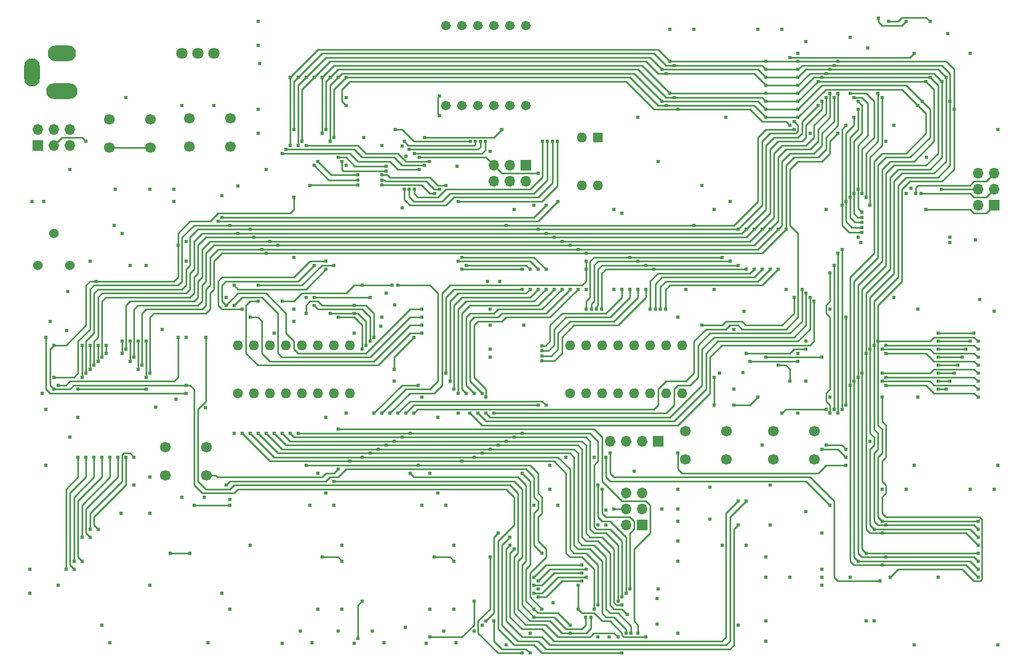
<source format=gbl>
G04 #@! TF.GenerationSoftware,KiCad,Pcbnew,5.1.4+dfsg1-1~bpo10+1*
G04 #@! TF.CreationDate,2019-09-21T23:22:25+08:00*
G04 #@! TF.ProjectId,8-Bit CPU,382d4269-7420-4435-9055-2e6b69636164,rev?*
G04 #@! TF.SameCoordinates,Original*
G04 #@! TF.FileFunction,Copper,L4,Bot*
G04 #@! TF.FilePolarity,Positive*
%FSLAX46Y46*%
G04 Gerber Fmt 4.6, Leading zero omitted, Abs format (unit mm)*
G04 Created by KiCad (PCBNEW 5.1.4+dfsg1-1~bpo10+1) date 2019-09-21 23:22:25*
%MOMM*%
%LPD*%
G04 APERTURE LIST*
%ADD10C,1.700000*%
%ADD11C,1.524000*%
%ADD12O,1.700000X1.700000*%
%ADD13R,1.700000X1.700000*%
%ADD14O,2.500000X4.500000*%
%ADD15O,5.000000X2.500000*%
%ADD16O,4.500000X2.500000*%
%ADD17C,1.800000*%
%ADD18C,1.500000*%
%ADD19C,1.600000*%
%ADD20O,1.600000X1.600000*%
%ADD21R,1.600000X1.600000*%
%ADD22C,0.609600*%
%ADD23C,0.254000*%
G04 APERTURE END LIST*
D10*
X72465000Y-77053000D03*
X65965000Y-77053000D03*
X72465000Y-72553000D03*
X65965000Y-72553000D03*
D11*
X46990000Y-95885000D03*
X44450000Y-90805000D03*
X41910000Y-95885000D03*
D12*
X46990000Y-74295000D03*
X46990000Y-76835000D03*
X44450000Y-74295000D03*
X44450000Y-76835000D03*
X41910000Y-74295000D03*
D13*
X41910000Y-76835000D03*
D14*
X41020000Y-65230000D03*
D15*
X45720000Y-68230000D03*
D16*
X45720000Y-62230000D03*
D17*
X64770000Y-62230000D03*
X67310000Y-62230000D03*
X69850000Y-62230000D03*
D18*
X106680000Y-57785000D03*
X109220000Y-57785000D03*
X111760000Y-57785000D03*
X114300000Y-57785000D03*
X116840000Y-57785000D03*
X119380000Y-57785000D03*
X119380000Y-70485000D03*
X116840000Y-70485000D03*
X114300000Y-70485000D03*
X111760000Y-70485000D03*
X109220000Y-70485000D03*
X106680000Y-70485000D03*
D12*
X114300000Y-82550000D03*
X114300000Y-80010000D03*
X116840000Y-82550000D03*
X116840000Y-80010000D03*
X119380000Y-82550000D03*
D13*
X119380000Y-80010000D03*
D19*
X73660000Y-116205000D03*
D20*
X91440000Y-108585000D03*
X76200000Y-116205000D03*
X88900000Y-108585000D03*
X78740000Y-116205000D03*
X86360000Y-108585000D03*
X81280000Y-116205000D03*
X83820000Y-108585000D03*
X83820000Y-116205000D03*
X81280000Y-108585000D03*
X86360000Y-116205000D03*
X78740000Y-108585000D03*
X88900000Y-116205000D03*
X76200000Y-108585000D03*
X91440000Y-116205000D03*
X73660000Y-108585000D03*
D10*
X144705000Y-122210000D03*
X151205000Y-122210000D03*
X144705000Y-126710000D03*
X151205000Y-126710000D03*
D20*
X126365000Y-108585000D03*
X144145000Y-116205000D03*
X128905000Y-108585000D03*
X141605000Y-116205000D03*
X131445000Y-108585000D03*
X139065000Y-116205000D03*
X133985000Y-108585000D03*
X136525000Y-116205000D03*
X136525000Y-108585000D03*
X133985000Y-116205000D03*
X139065000Y-108585000D03*
X131445000Y-116205000D03*
X141605000Y-108585000D03*
X128905000Y-116205000D03*
X144145000Y-108585000D03*
D19*
X126365000Y-116205000D03*
D10*
X158675000Y-122210000D03*
X165175000Y-122210000D03*
X158675000Y-126710000D03*
X165175000Y-126710000D03*
X68655000Y-129250000D03*
X62155000Y-129250000D03*
X68655000Y-124750000D03*
X62155000Y-124750000D03*
D13*
X137795000Y-137160000D03*
D12*
X135255000Y-137160000D03*
X137795000Y-134620000D03*
X135255000Y-134620000D03*
X137795000Y-132080000D03*
X135255000Y-132080000D03*
D13*
X140335000Y-123825000D03*
D12*
X137795000Y-123825000D03*
X135255000Y-123825000D03*
X132715000Y-123825000D03*
D13*
X193675000Y-86360000D03*
D12*
X191135000Y-86360000D03*
X193675000Y-83820000D03*
X191135000Y-83820000D03*
X193675000Y-81280000D03*
X191135000Y-81280000D03*
D21*
X130810000Y-75565000D03*
D20*
X128270000Y-83185000D03*
X128270000Y-75565000D03*
X130810000Y-83185000D03*
D10*
X59765000Y-77180000D03*
X53265000Y-77180000D03*
X59765000Y-72680000D03*
X53265000Y-72680000D03*
D22*
X120650000Y-133985000D03*
X107950000Y-140335000D03*
X102870000Y-133985000D03*
X90170000Y-140335000D03*
X85090000Y-133985000D03*
X108585000Y-119380000D03*
X90805000Y-119380000D03*
X123714500Y-149527500D03*
X130810000Y-137160000D03*
X130175000Y-126365000D03*
X55078000Y-135255000D03*
X59690000Y-146685000D03*
X73025000Y-122555000D03*
X64770000Y-132715000D03*
X42545000Y-116205000D03*
X48260000Y-120015000D03*
X63802500Y-117142500D03*
X65405000Y-107315000D03*
X43815000Y-104775000D03*
X75565000Y-140335000D03*
X68882500Y-155877500D03*
X53340000Y-155877500D03*
X40640000Y-144145000D03*
X57150000Y-130810000D03*
X68453000Y-118491000D03*
X46657500Y-100027500D03*
X184785000Y-145415000D03*
X170815000Y-145415000D03*
X175895000Y-131445000D03*
X189865000Y-131445000D03*
X194310000Y-156210000D03*
X180975000Y-156210000D03*
X92075000Y-106680000D03*
X71755000Y-100965000D03*
X84455000Y-100965000D03*
X82550000Y-102870000D03*
X79375000Y-106680000D03*
X113665000Y-110490000D03*
X113665000Y-109220000D03*
X113665000Y-105410000D03*
X150075000Y-113030000D03*
X96520000Y-104140000D03*
X82550000Y-94615000D03*
X99695000Y-86756000D03*
X97201001Y-100330000D03*
X144780000Y-99695000D03*
X149225000Y-99695000D03*
X160655000Y-99695000D03*
X134620000Y-87630000D03*
X151765000Y-85725000D03*
X133350000Y-99695000D03*
X128905000Y-99695000D03*
X102870000Y-116840000D03*
X98425000Y-114300000D03*
X194310000Y-127635000D03*
X180975000Y-127635000D03*
X167640000Y-116840000D03*
X181610000Y-116840000D03*
X156845000Y-124460000D03*
X162560000Y-119380000D03*
X163830000Y-114300000D03*
X152400000Y-106045000D03*
X152400000Y-115570000D03*
X162560000Y-109855000D03*
X167640000Y-102870000D03*
X151130000Y-72390000D03*
X137160000Y-72390000D03*
X142240000Y-58420000D03*
X156210000Y-58420000D03*
X147320000Y-83185000D03*
X176530000Y-76200000D03*
X186690000Y-91440000D03*
X179705000Y-84455000D03*
X162560000Y-62230000D03*
X189865000Y-62230000D03*
X172555000Y-92240000D03*
X164465000Y-74930000D03*
X190754000Y-91821000D03*
X191437500Y-101297500D03*
X186333250Y-59079250D03*
X170815000Y-59690000D03*
X90805000Y-80010000D03*
X76835000Y-74930000D03*
X76835000Y-60960000D03*
X113665000Y-77802500D03*
X99695000Y-76905000D03*
X93677500Y-75565000D03*
X100330000Y-78505000D03*
X120650000Y-86360000D03*
X90805000Y-69215000D03*
X73660000Y-83312000D03*
X132080000Y-134780000D03*
X100203000Y-153416000D03*
X71120000Y-147955000D03*
X103505000Y-155890000D03*
X80645000Y-155890000D03*
X94996000Y-154002500D03*
X83566000Y-154002500D03*
X106299000Y-154002500D03*
X64770000Y-70485000D03*
X69850000Y-70485000D03*
X132617500Y-154940000D03*
X55880000Y-69215000D03*
X167005000Y-86995000D03*
X140335000Y-147320000D03*
X86360000Y-150495000D03*
X89535000Y-153990000D03*
X104140000Y-128905000D03*
X92075000Y-155890000D03*
X123190000Y-127635000D03*
X86360000Y-128905000D03*
X111125000Y-153990000D03*
X120015000Y-154305000D03*
X181610000Y-102870000D03*
X113314000Y-98425000D03*
X143510000Y-142875000D03*
X143510000Y-154305000D03*
X153035000Y-153035000D03*
X166370000Y-146685000D03*
X166370000Y-144145000D03*
X163830000Y-135040000D03*
X157480000Y-155575000D03*
X157480000Y-145415000D03*
X158115000Y-137160000D03*
X158115000Y-130810000D03*
X140208000Y-152908000D03*
X154305000Y-140335000D03*
X148590000Y-131130000D03*
X143510000Y-131445000D03*
X148590000Y-136210000D03*
X143510000Y-136525000D03*
X72390000Y-133047500D03*
X104140000Y-150495000D03*
X42847500Y-85725000D03*
X46990000Y-80645000D03*
X59690000Y-83820000D03*
X55245000Y-90805000D03*
X50165000Y-95250000D03*
X63500000Y-85725000D03*
X53975000Y-89535000D03*
X65405000Y-92075000D03*
X56515000Y-95885000D03*
X59055000Y-95885000D03*
X123190000Y-131445000D03*
X124460000Y-133985000D03*
X106680000Y-133985000D03*
X88900000Y-133985000D03*
X121285000Y-147320000D03*
X132080000Y-137160000D03*
X140970000Y-134620000D03*
X125730000Y-126365000D03*
X136525000Y-128572500D03*
X59690000Y-135255000D03*
X60630000Y-118440000D03*
X43180000Y-118745000D03*
X43180000Y-127635000D03*
X46507400Y-106197400D03*
X68326000Y-132715000D03*
X45085000Y-146685000D03*
X40640000Y-147955000D03*
X59690000Y-129540000D03*
X193675000Y-131445000D03*
X179705000Y-131445000D03*
X98535000Y-102125000D03*
X96369900Y-105560100D03*
X113665000Y-102870000D03*
X117475000Y-86995000D03*
X82550000Y-104775000D03*
X133350000Y-86995000D03*
X149225000Y-86995000D03*
X173990000Y-123825000D03*
X153972500Y-103202500D03*
X153797000Y-112903000D03*
X163830000Y-107950000D03*
X160020000Y-58420000D03*
X146050000Y-58420000D03*
X140335000Y-79375000D03*
X193675000Y-103172500D03*
X186690000Y-92240000D03*
X180505000Y-83655000D03*
X177800000Y-73660000D03*
X172085000Y-91440000D03*
X173634400Y-61315600D03*
X76835000Y-57150000D03*
X76835000Y-71120000D03*
X108490000Y-80105000D03*
X96520000Y-76835000D03*
X71120000Y-84836000D03*
X78105000Y-80645000D03*
X77137500Y-63832500D03*
X105410000Y-120015000D03*
X72390000Y-150495000D03*
X87630000Y-120015000D03*
X108282500Y-155877500D03*
X96852500Y-155877500D03*
X130776250Y-154906250D03*
X143510000Y-104140000D03*
X119077500Y-105410000D03*
X194310000Y-74295000D03*
X163830000Y-60325000D03*
X182950000Y-78740000D03*
X116205000Y-156210000D03*
X87630000Y-132080000D03*
X105410000Y-132080000D03*
X90170000Y-150495000D03*
X107950000Y-150495000D03*
X112395000Y-153035000D03*
X52070000Y-153035000D03*
X61595000Y-106045000D03*
X177800000Y-100965000D03*
X85422500Y-155877500D03*
X115189000Y-98425000D03*
X166370000Y-145415000D03*
X157480000Y-142240000D03*
X157480000Y-152400000D03*
X161290000Y-145415000D03*
X140208000Y-148844000D03*
X150495000Y-140335000D03*
X143510000Y-139700000D03*
X143510000Y-134620000D03*
X173355000Y-152400000D03*
X174625000Y-152400000D03*
X46990000Y-123190000D03*
X166370000Y-138430000D03*
X40972500Y-85725000D03*
X63500000Y-83820000D03*
X54190000Y-83820000D03*
X65405000Y-95250000D03*
X118745000Y-128905000D03*
X126365000Y-153035000D03*
X120650000Y-150495000D03*
X128880000Y-151790000D03*
X100965000Y-128905000D03*
X120650000Y-151765000D03*
X129680000Y-151765000D03*
X88900000Y-130175000D03*
X126365000Y-154305000D03*
X135255000Y-147955000D03*
X130810000Y-130810000D03*
X135890000Y-147320000D03*
X131445000Y-131445000D03*
X66675000Y-133985000D03*
X72390000Y-133985000D03*
X102235000Y-127635000D03*
X84455000Y-127635000D03*
X121920000Y-150495000D03*
X117475000Y-140970000D03*
X153035000Y-133350000D03*
X116840000Y-140335000D03*
X154305000Y-133350000D03*
X116840000Y-139065000D03*
X153035000Y-137160000D03*
X128270000Y-146050000D03*
X121285000Y-148590000D03*
X120650000Y-147955000D03*
X128905000Y-145415000D03*
X120650000Y-146685000D03*
X128270000Y-144780000D03*
X121285000Y-146050000D03*
X128905000Y-144145000D03*
X120650000Y-145415000D03*
X128270000Y-143510000D03*
X109220000Y-127000000D03*
X91440000Y-127000000D03*
X74295000Y-122555000D03*
X130175000Y-150495000D03*
X93345000Y-126365000D03*
X75565000Y-122555000D03*
X130810000Y-149860000D03*
X111125000Y-126365000D03*
X94615000Y-125730000D03*
X76835000Y-122555000D03*
X135280000Y-154305000D03*
X112395000Y-125730000D03*
X113665000Y-125095000D03*
X95885000Y-125095000D03*
X78105000Y-122555000D03*
X136080000Y-154305000D03*
X97155000Y-124460000D03*
X79375000Y-122555000D03*
X114935000Y-124460000D03*
X135445000Y-151320000D03*
X98425000Y-123825000D03*
X134620000Y-149860000D03*
X80645000Y-122555000D03*
X116205000Y-123825000D03*
X117475000Y-123190000D03*
X99695000Y-123190000D03*
X133985000Y-149225000D03*
X81915000Y-122555000D03*
X118745000Y-122555000D03*
X100965000Y-122555000D03*
X83185000Y-122555000D03*
X134620000Y-148590000D03*
X57150000Y-126365000D03*
X50165000Y-137795000D03*
X191135000Y-136525000D03*
X59690000Y-113030000D03*
X128905000Y-93980000D03*
X78105000Y-93980000D03*
X175895000Y-136525000D03*
X175260000Y-107950000D03*
X191135000Y-107950000D03*
X142240000Y-63500000D03*
X157480000Y-63500000D03*
X162560000Y-63500000D03*
X187325000Y-71120000D03*
X160655000Y-90170000D03*
X168910000Y-68580000D03*
X168910000Y-63500000D03*
X81915000Y-76835000D03*
X81915000Y-66040000D03*
X55880000Y-126365000D03*
X51435000Y-137795000D03*
X191135000Y-137795000D03*
X176530000Y-137160000D03*
X58420000Y-111760000D03*
X127635000Y-93345000D03*
X77470000Y-93345000D03*
X176530000Y-108585000D03*
X174625000Y-108585000D03*
X191135000Y-109220000D03*
X142875000Y-64135000D03*
X186690000Y-69850000D03*
X159385000Y-90170000D03*
X168275000Y-69215000D03*
X168275000Y-64135000D03*
X82550000Y-74295000D03*
X83185000Y-66040000D03*
X162560000Y-64770000D03*
X157480000Y-64770000D03*
X54610000Y-126365000D03*
X50165000Y-139065000D03*
X191135000Y-139065000D03*
X57150000Y-110490000D03*
X126365000Y-92710000D03*
X80010000Y-92710000D03*
X174625000Y-137795000D03*
X175895000Y-109220000D03*
X191135000Y-110490000D03*
X173990000Y-109220000D03*
X157480000Y-66040000D03*
X162560000Y-66040000D03*
X186055000Y-66040000D03*
X158115000Y-90170000D03*
X167640000Y-68580000D03*
X167640000Y-64770000D03*
X83185000Y-76835000D03*
X84455000Y-66040000D03*
X140970000Y-64770000D03*
X53340000Y-126365000D03*
X48895000Y-139065000D03*
X191135000Y-140335000D03*
X175895000Y-138430000D03*
X55880000Y-109220000D03*
X125095000Y-92075000D03*
X78740000Y-92075000D03*
X173355000Y-109855000D03*
X176530000Y-109855000D03*
X191135000Y-111760000D03*
X157480000Y-67310000D03*
X162560000Y-67310000D03*
X185420000Y-66675000D03*
X156845000Y-90170000D03*
X167005000Y-69215000D03*
X167005000Y-65405000D03*
X83820000Y-76200000D03*
X85725000Y-66040000D03*
X141605000Y-65405000D03*
X52070000Y-126365000D03*
X48895000Y-142875000D03*
X191135000Y-141605000D03*
X52070000Y-110490000D03*
X123825000Y-91440000D03*
X76200000Y-91440000D03*
X191135000Y-113030000D03*
X175895000Y-113030000D03*
X172720000Y-113030000D03*
X173355000Y-141605000D03*
X157480000Y-68580000D03*
X142240000Y-68580000D03*
X162560000Y-68580000D03*
X183515000Y-66040000D03*
X155575000Y-90170000D03*
X166370000Y-69850000D03*
X166370000Y-66040000D03*
X86995000Y-74930000D03*
X86995000Y-66040000D03*
X50800000Y-126365000D03*
X47625000Y-142875000D03*
X191135000Y-142875000D03*
X176530000Y-142240000D03*
X50800000Y-111760000D03*
X122555000Y-90805000D03*
X73660000Y-90805000D03*
X191135000Y-114300000D03*
X176530000Y-113665000D03*
X172085000Y-113665000D03*
X157480000Y-69850000D03*
X142875000Y-69215000D03*
X162560000Y-69850000D03*
X182880000Y-66675000D03*
X154305000Y-90170000D03*
X165735000Y-70485000D03*
X165735000Y-66675000D03*
X87630000Y-74295000D03*
X88265000Y-66040000D03*
X49530000Y-126365000D03*
X47625000Y-144145000D03*
X191135000Y-144145000D03*
X49530000Y-113030000D03*
X121285000Y-90170000D03*
X75565000Y-90170000D03*
X153035000Y-90170000D03*
X171450000Y-114300000D03*
X172085000Y-142875000D03*
X175895000Y-114300000D03*
X191135000Y-115570000D03*
X157480000Y-71120000D03*
X162560000Y-71120000D03*
X182245000Y-69850000D03*
X161925000Y-73025000D03*
X88265000Y-76200000D03*
X89535000Y-66040000D03*
X140970000Y-69850000D03*
X48260000Y-126365000D03*
X46355000Y-144145000D03*
X191135000Y-145415000D03*
X175895000Y-143510000D03*
X44450000Y-113665000D03*
X116205000Y-89535000D03*
X72390000Y-89535000D03*
X146050000Y-89535000D03*
X170815000Y-114935000D03*
X176530000Y-114935000D03*
X191135000Y-116840000D03*
X157480000Y-72390000D03*
X162560000Y-72390000D03*
X181610000Y-70485000D03*
X161925000Y-74295000D03*
X88900000Y-75565000D03*
X90805000Y-66040000D03*
X141605000Y-70485000D03*
X133985000Y-154940000D03*
X68580000Y-107315000D03*
X65405000Y-114935000D03*
X44450000Y-115570000D03*
X177165000Y-145415000D03*
X167005000Y-118745000D03*
X160020000Y-119380000D03*
X161290000Y-73660000D03*
X161290000Y-62865000D03*
X180975000Y-62230000D03*
X90805000Y-70485000D03*
X143510000Y-71120000D03*
X175895000Y-116840000D03*
X82550000Y-85090000D03*
X44450000Y-108585000D03*
X134620000Y-157480000D03*
X51132500Y-98425000D03*
X64135000Y-92710000D03*
X45085000Y-114935000D03*
X64135000Y-107315000D03*
X65405000Y-116205000D03*
X43180000Y-107315000D03*
X89535000Y-128270000D03*
X89535000Y-121920000D03*
X137160000Y-154305000D03*
X121920000Y-111055000D03*
X138430000Y-99695000D03*
X121920000Y-110255000D03*
X137160000Y-99695000D03*
X121920000Y-109455000D03*
X135890000Y-99695000D03*
X121920000Y-108655000D03*
X134620000Y-99695000D03*
X127635000Y-99695000D03*
X113030000Y-116840000D03*
X126365000Y-99695000D03*
X112395000Y-116205000D03*
X125095000Y-99695000D03*
X111125000Y-116205000D03*
X123825000Y-99695000D03*
X109855000Y-116205000D03*
X109220000Y-94615000D03*
X122555000Y-99695000D03*
X108585000Y-116205000D03*
X122555000Y-96520000D03*
X108585000Y-95250000D03*
X121285000Y-99695000D03*
X107950000Y-115570000D03*
X121285000Y-96520000D03*
X109855000Y-95885000D03*
X120015000Y-99695000D03*
X107315000Y-114300000D03*
X120015000Y-96520000D03*
X109220000Y-96520000D03*
X118745000Y-99695000D03*
X106680000Y-113030000D03*
X118745000Y-96520000D03*
X55245000Y-109855000D03*
X55245000Y-107950000D03*
X56515000Y-107950000D03*
X56515000Y-111125000D03*
X57785000Y-107950000D03*
X57785000Y-112395000D03*
X59055000Y-113665000D03*
X59055000Y-107950000D03*
X52705000Y-108585000D03*
X52705000Y-109855000D03*
X51435000Y-108585000D03*
X51435000Y-111125000D03*
X50165000Y-108585000D03*
X50165000Y-112395000D03*
X48895000Y-108585000D03*
X48895000Y-113665000D03*
X59055000Y-115570000D03*
X48260000Y-115570000D03*
X102870000Y-102870000D03*
X71755000Y-102235000D03*
X85725000Y-95885000D03*
X102870000Y-104140000D03*
X73025000Y-102235000D03*
X87630000Y-96520000D03*
X73025000Y-99060000D03*
X102870000Y-105410000D03*
X75565000Y-104140000D03*
X87630000Y-95250000D03*
X74295000Y-102870000D03*
X102870000Y-106680000D03*
X76835000Y-101600000D03*
X88900000Y-95885000D03*
X76835000Y-99060000D03*
X92075000Y-102235000D03*
X84455000Y-103505000D03*
X95250000Y-107315000D03*
X85725000Y-102235000D03*
X94615000Y-100965000D03*
X85725000Y-100965000D03*
X94615000Y-107950000D03*
X88265000Y-103505000D03*
X92075000Y-103505000D03*
X93980000Y-108585000D03*
X89535000Y-104140000D03*
X93345000Y-109220000D03*
X102235000Y-114935000D03*
X95250000Y-119380000D03*
X80645000Y-101600000D03*
X98151001Y-99060000D03*
X93345000Y-99060000D03*
X98425000Y-112395000D03*
X154940000Y-111125000D03*
X162560000Y-111125000D03*
X101600000Y-107315000D03*
X175330000Y-56585000D03*
X179705000Y-57150000D03*
X140735000Y-102870000D03*
X158115000Y-96520000D03*
X139935000Y-102870000D03*
X156845000Y-96520000D03*
X141535000Y-102870000D03*
X159385000Y-96520000D03*
X139135000Y-102870000D03*
X155575000Y-96520000D03*
X128975000Y-102870000D03*
X135890000Y-94615000D03*
X150495000Y-94615000D03*
X131375000Y-102870000D03*
X139700000Y-96520000D03*
X154305000Y-96520000D03*
X129775000Y-102870000D03*
X137160000Y-95250000D03*
X151765000Y-95250000D03*
X130575000Y-102870000D03*
X138430000Y-95885000D03*
X153035000Y-95885000D03*
X176930000Y-57150000D03*
X183515000Y-57150000D03*
X167640000Y-133985000D03*
X132080000Y-126365000D03*
X132715000Y-125730000D03*
X175592500Y-146050000D03*
X169545000Y-118745000D03*
X169545000Y-93345000D03*
X166370000Y-125095000D03*
X170180000Y-126365000D03*
X170180000Y-118110000D03*
X170180000Y-104140000D03*
X167005000Y-124460000D03*
X170180000Y-125095000D03*
X96520000Y-119380000D03*
X99101001Y-99060000D03*
X97790000Y-119380000D03*
X128905000Y-95250000D03*
X128905000Y-96520000D03*
X149225000Y-113665000D03*
X99060000Y-119380000D03*
X122555000Y-118110000D03*
X149225000Y-118110000D03*
X152400000Y-118110000D03*
X156210000Y-116840000D03*
X165100000Y-101600000D03*
X110490000Y-119380000D03*
X164465000Y-100965000D03*
X111760000Y-119380000D03*
X113030000Y-119380000D03*
X163830000Y-100330000D03*
X114300000Y-119380000D03*
X163195000Y-99695000D03*
X101600000Y-119380000D03*
X168910000Y-74930000D03*
X161925000Y-100965000D03*
X147320000Y-105410000D03*
X181305000Y-84455000D03*
X100330000Y-119380000D03*
X170180000Y-127635000D03*
X143510000Y-125730000D03*
X121285000Y-118110000D03*
X175895000Y-69215000D03*
X173990000Y-86360000D03*
X175260000Y-68580000D03*
X173355000Y-85090000D03*
X170815000Y-68580000D03*
X172720000Y-84455000D03*
X172720000Y-87440000D03*
X171450000Y-69215000D03*
X172085000Y-83820000D03*
X172720000Y-88240000D03*
X172085000Y-69850000D03*
X171450000Y-84455000D03*
X172085000Y-71120000D03*
X172720000Y-89040000D03*
X170815000Y-85090000D03*
X172720000Y-89840000D03*
X171450000Y-72390000D03*
X170180000Y-85725000D03*
X172720000Y-90640000D03*
X170180000Y-73660000D03*
X169545000Y-86360000D03*
X182905000Y-86995000D03*
X182105000Y-84455000D03*
X185350000Y-83820000D03*
X121285000Y-81280000D03*
X102470000Y-78740000D03*
X96520000Y-83115000D03*
X104870000Y-84455000D03*
X106680000Y-83185000D03*
X96520000Y-81515000D03*
X96520000Y-82315000D03*
X105670000Y-83820000D03*
X92710000Y-83115000D03*
X85090000Y-83185000D03*
X92710000Y-82315000D03*
X85725000Y-80010000D03*
X92710000Y-81515000D03*
X86360000Y-79375000D03*
X112960000Y-76200000D03*
X101670000Y-78105000D03*
X110560000Y-76200000D03*
X98620000Y-74295000D03*
X112160000Y-76200000D03*
X100870000Y-77470000D03*
X111360000Y-76200000D03*
X100070000Y-76200000D03*
X101670000Y-83820000D03*
X121990000Y-76200000D03*
X122790000Y-76200000D03*
X100870000Y-83820000D03*
X123590000Y-76200000D03*
X100070000Y-83820000D03*
X124390000Y-76200000D03*
X108585000Y-85725000D03*
X103270000Y-80010000D03*
X81280000Y-77470000D03*
X97155000Y-80905000D03*
X90170000Y-79375000D03*
X97155000Y-80105000D03*
X89535000Y-78740000D03*
X104070000Y-79375000D03*
X84455000Y-76835000D03*
X102470000Y-80645000D03*
X80645000Y-78105000D03*
X103270000Y-75565000D03*
X115570000Y-74295000D03*
X105670000Y-68955000D03*
X105670000Y-72130000D03*
X133350000Y-134620000D03*
X114935000Y-138430000D03*
X113030000Y-152400000D03*
X111125000Y-149225000D03*
X104140000Y-154940000D03*
X93345000Y-149225000D03*
X92710000Y-155194000D03*
X159385000Y-111760000D03*
X161290000Y-114300000D03*
X127635000Y-150520000D03*
X138430000Y-154940000D03*
X71755000Y-130810000D03*
X121920000Y-141605000D03*
X127635000Y-146685000D03*
X107950000Y-142875000D03*
X90170000Y-142875000D03*
X113665000Y-142240000D03*
X118745000Y-157480000D03*
X104775000Y-142240000D03*
X86995000Y-142240000D03*
X163830000Y-109220000D03*
X154305000Y-109855000D03*
X166370000Y-110490000D03*
X157480000Y-110490000D03*
X168910000Y-119380000D03*
X168910000Y-93980000D03*
X168275000Y-118745000D03*
X168275000Y-95885000D03*
X167640000Y-119380000D03*
X167640000Y-97085000D03*
X114300000Y-152400000D03*
X62865000Y-141605000D03*
X66040000Y-141605000D03*
X120015000Y-157480000D03*
X124460000Y-85725000D03*
X70485000Y-88900000D03*
X122555000Y-86360000D03*
X71120000Y-88265000D03*
X184785000Y-106680000D03*
X190500000Y-106680000D03*
X184785000Y-107950000D03*
X189865000Y-107950000D03*
X184785000Y-109220000D03*
X189230000Y-109220000D03*
X184785000Y-110490000D03*
X188595000Y-110490000D03*
X186055000Y-115570000D03*
X184785000Y-115570000D03*
X184785000Y-114300000D03*
X186690000Y-114300000D03*
X184785000Y-113030000D03*
X187325000Y-113030000D03*
X184785000Y-111760000D03*
X187960000Y-111760000D03*
X49530000Y-76200000D03*
D23*
X121285000Y-151130000D02*
X124460000Y-151130000D01*
X121285000Y-151130000D02*
X119380000Y-149225000D01*
X119380000Y-144145000D02*
X120015000Y-143510000D01*
X119380000Y-149225000D02*
X119380000Y-144145000D01*
X120015000Y-130175000D02*
X118745000Y-128905000D01*
X120015000Y-143510000D02*
X120015000Y-130175000D01*
X124460000Y-151130000D02*
X126365000Y-153035000D01*
X125730000Y-153670000D02*
X128270000Y-153670000D01*
X123825000Y-151765000D02*
X125730000Y-153670000D01*
X120650000Y-151765000D02*
X123825000Y-151765000D01*
X118745000Y-149860000D02*
X120650000Y-151765000D01*
X100965000Y-128905000D02*
X101600000Y-129540000D01*
X118110000Y-129540000D02*
X119380000Y-130810000D01*
X101600000Y-129540000D02*
X118110000Y-129540000D01*
X119380000Y-130810000D02*
X119380000Y-142875000D01*
X118745000Y-143510000D02*
X118745000Y-149860000D01*
X119380000Y-142875000D02*
X118745000Y-143510000D01*
X128880000Y-151790000D02*
X128880000Y-153060000D01*
X128880000Y-153060000D02*
X128270000Y-153670000D01*
X128905000Y-154305000D02*
X129680000Y-153530000D01*
X123190000Y-152400000D02*
X125095000Y-154305000D01*
X129680000Y-153530000D02*
X129680000Y-151765000D01*
X88900000Y-130175000D02*
X117475000Y-130175000D01*
X125095000Y-154305000D02*
X128905000Y-154305000D01*
X117475000Y-130175000D02*
X118745000Y-131445000D01*
X120015000Y-152400000D02*
X123190000Y-152400000D01*
X118745000Y-131445000D02*
X118745000Y-142240000D01*
X118745000Y-142240000D02*
X118110000Y-142875000D01*
X118110000Y-142875000D02*
X118110000Y-150495000D01*
X118110000Y-150495000D02*
X120015000Y-152400000D01*
X130810000Y-135890000D02*
X130810000Y-130810000D01*
X131445000Y-136525000D02*
X130810000Y-135890000D01*
X132715000Y-136525000D02*
X131445000Y-136525000D01*
X135255000Y-147955000D02*
X135255000Y-139065000D01*
X135255000Y-139065000D02*
X132715000Y-136525000D01*
X136525000Y-137795000D02*
X136525000Y-136525000D01*
X136525000Y-136525000D02*
X135890000Y-135890000D01*
X135890000Y-135890000D02*
X132080000Y-135890000D01*
X132080000Y-135890000D02*
X131445000Y-135255000D01*
X131445000Y-135255000D02*
X131445000Y-131445000D01*
X135890000Y-147320000D02*
X135890000Y-138430000D01*
X135890000Y-138430000D02*
X136525000Y-137795000D01*
X66675000Y-133985000D02*
X72390000Y-133985000D01*
X102235000Y-127635000D02*
X84455000Y-127635000D01*
X120650002Y-128270000D02*
X120015000Y-127635001D01*
X121920000Y-132715000D02*
X121285000Y-132080000D01*
X121285000Y-135890000D02*
X121920000Y-135255000D01*
X120015000Y-148590000D02*
X120014999Y-144780000D01*
X122555000Y-140970000D02*
X121285000Y-139700000D01*
X120015000Y-127635001D02*
X102235000Y-127635000D01*
X121920000Y-150495000D02*
X120015000Y-148590000D01*
X120014999Y-144780000D02*
X122555000Y-142240000D01*
X121285000Y-132080000D02*
X121285000Y-128905000D01*
X122555000Y-142240000D02*
X122555000Y-140970000D01*
X121285000Y-128905000D02*
X120650002Y-128270000D01*
X121920000Y-135255000D02*
X121920000Y-132715000D01*
X121285000Y-139700000D02*
X121285000Y-135890000D01*
X116840000Y-141605000D02*
X117475000Y-140970000D01*
X116840000Y-151765000D02*
X116840000Y-141605000D01*
X118745000Y-153670000D02*
X116840000Y-151765000D01*
X151130000Y-154940000D02*
X150495000Y-155575000D01*
X123825000Y-155575000D02*
X121920000Y-153670000D01*
X151130000Y-135255000D02*
X151130000Y-154940000D01*
X153035000Y-133350000D02*
X151130000Y-135255000D01*
X150495000Y-155575000D02*
X123825000Y-155575000D01*
X121920000Y-153670000D02*
X118745000Y-153670000D01*
X116840000Y-140335000D02*
X116205000Y-140970000D01*
X123190000Y-156210000D02*
X151130000Y-156210000D01*
X116205000Y-140970000D02*
X116205000Y-152400000D01*
X118745000Y-154940000D02*
X121920000Y-154940000D01*
X116205000Y-152400000D02*
X118745000Y-154940000D01*
X121920000Y-154940000D02*
X123190000Y-156210000D01*
X151130000Y-156210000D02*
X151765000Y-155575000D01*
X151765000Y-155575000D02*
X151765000Y-135890000D01*
X151765000Y-135890000D02*
X154305000Y-133350000D01*
X116840000Y-139065000D02*
X115570000Y-140335000D01*
X115570000Y-153035000D02*
X118110000Y-155575000D01*
X118110000Y-155575000D02*
X121285000Y-155575000D01*
X115570000Y-140335000D02*
X115570000Y-153035000D01*
X121285000Y-155575000D02*
X122555000Y-156845000D01*
X122555000Y-156845000D02*
X151765000Y-156845000D01*
X151765000Y-156845000D02*
X152400000Y-156210000D01*
X152400000Y-156210000D02*
X152400000Y-137795000D01*
X152400000Y-137795000D02*
X153035000Y-137160000D01*
X125095000Y-146050000D02*
X128270000Y-146050000D01*
X121285000Y-148590000D02*
X122555000Y-148590000D01*
X122555000Y-148590000D02*
X125095000Y-146050000D01*
X120650000Y-147955000D02*
X121920000Y-147955000D01*
X121920000Y-147955000D02*
X124460000Y-145415000D01*
X124460000Y-145415000D02*
X128905000Y-145415000D01*
X120650000Y-146685000D02*
X121920000Y-146685000D01*
X121920000Y-146685000D02*
X123825000Y-144780000D01*
X123825000Y-144780000D02*
X128270000Y-144780000D01*
X121285000Y-146050000D02*
X123190000Y-144145000D01*
X123190000Y-144145000D02*
X128905000Y-144145000D01*
X120650000Y-145415000D02*
X122555000Y-143510000D01*
X122555000Y-143510000D02*
X128270000Y-143510000D01*
X109220000Y-127000000D02*
X91440000Y-127000000D01*
X74295000Y-122555000D02*
X78740000Y-127000000D01*
X78740000Y-127000000D02*
X91440000Y-127000000D01*
X130175000Y-144145000D02*
X130175000Y-150495000D01*
X123825000Y-127000000D02*
X125730000Y-128905000D01*
X125730000Y-141605000D02*
X126365000Y-142240000D01*
X109220000Y-127000000D02*
X123825000Y-127000000D01*
X125730000Y-128905000D02*
X125730000Y-141605000D01*
X126365000Y-142240000D02*
X128270000Y-142240000D01*
X128270000Y-142240000D02*
X130175000Y-144145000D01*
X93345000Y-126365000D02*
X111125000Y-126365000D01*
X75565000Y-122555000D02*
X79375000Y-126365000D01*
X79375000Y-126365000D02*
X93345000Y-126365000D01*
X124460000Y-126365000D02*
X126365000Y-128270000D01*
X111125000Y-126365000D02*
X124460000Y-126365000D01*
X126365000Y-128270000D02*
X126365000Y-140970000D01*
X126365000Y-140970000D02*
X127000000Y-141605000D01*
X130810000Y-143510000D02*
X130810000Y-149860000D01*
X127000000Y-141605000D02*
X128905000Y-141605000D01*
X128905000Y-141605000D02*
X130810000Y-143510000D01*
X112395000Y-125730000D02*
X94615000Y-125730000D01*
X76835000Y-122555000D02*
X80010000Y-125730000D01*
X94615000Y-125730000D02*
X80010000Y-125730000D01*
X135280000Y-153695000D02*
X135280000Y-154305000D01*
X133350000Y-151765000D02*
X135280000Y-153695000D01*
X132080000Y-151765000D02*
X133350000Y-151765000D01*
X131445000Y-142875000D02*
X131445000Y-151130000D01*
X126365000Y-125730000D02*
X127000000Y-126365000D01*
X131445000Y-151130000D02*
X132080000Y-151765000D01*
X127000000Y-140335000D02*
X127635000Y-140970000D01*
X112395000Y-125730000D02*
X126365000Y-125730000D01*
X127635000Y-140970000D02*
X129540000Y-140970000D01*
X127000000Y-126365000D02*
X127000000Y-140335000D01*
X129540000Y-140970000D02*
X131445000Y-142875000D01*
X95885000Y-125095000D02*
X113665000Y-125095000D01*
X78105000Y-122555000D02*
X80645000Y-125095000D01*
X80645000Y-125095000D02*
X95885000Y-125095000D01*
X133985000Y-151130000D02*
X136080000Y-153225000D01*
X132080000Y-150495000D02*
X132715000Y-151130000D01*
X132715000Y-151130000D02*
X133985000Y-151130000D01*
X132080000Y-142240000D02*
X132080000Y-150495000D01*
X127000000Y-125095000D02*
X127635000Y-125730000D01*
X113665000Y-125095000D02*
X127000000Y-125095000D01*
X136080000Y-153225000D02*
X136080000Y-154305000D01*
X128270000Y-140335000D02*
X130175000Y-140335000D01*
X127635000Y-125730000D02*
X127635000Y-139700000D01*
X127635000Y-139700000D02*
X128270000Y-140335000D01*
X130175000Y-140335000D02*
X132080000Y-142240000D01*
X79375000Y-122555000D02*
X81280000Y-124460000D01*
X97155000Y-124460000D02*
X81280000Y-124460000D01*
X114935000Y-124460000D02*
X97155000Y-124460000D01*
X134620000Y-150495000D02*
X135445000Y-151320000D01*
X132715000Y-149860000D02*
X133350000Y-150495000D01*
X132715000Y-141605000D02*
X132715000Y-149860000D01*
X127635000Y-124460000D02*
X128270000Y-125095000D01*
X114935000Y-124460000D02*
X127635000Y-124460000D01*
X128270000Y-125095000D02*
X128270000Y-139065000D01*
X128905000Y-139700000D02*
X130810000Y-139700000D01*
X133350000Y-150495000D02*
X134620000Y-150495000D01*
X128270000Y-139065000D02*
X128905000Y-139700000D01*
X130810000Y-139700000D02*
X132715000Y-141605000D01*
X80645000Y-122555000D02*
X81915000Y-123825000D01*
X81915000Y-123825000D02*
X98425000Y-123825000D01*
X98425000Y-123825000D02*
X116205000Y-123825000D01*
X133731000Y-149860000D02*
X134620000Y-149860000D01*
X133350000Y-149479000D02*
X133731000Y-149860000D01*
X133350000Y-140970000D02*
X133350000Y-149479000D01*
X128270000Y-123825000D02*
X128905000Y-124460000D01*
X128905000Y-124460000D02*
X128905000Y-138430000D01*
X129540000Y-139065000D02*
X131445000Y-139065000D01*
X116205000Y-123825000D02*
X128270000Y-123825000D01*
X131445000Y-139065000D02*
X133350000Y-140970000D01*
X128905000Y-138430000D02*
X129540000Y-139065000D01*
X117475000Y-123190000D02*
X99695000Y-123190000D01*
X81915000Y-122555000D02*
X82550000Y-123190000D01*
X99695000Y-123190000D02*
X82550000Y-123190000D01*
X133985000Y-140335000D02*
X133985000Y-149225000D01*
X128905000Y-123190000D02*
X129540000Y-123825000D01*
X129540000Y-123825000D02*
X129540000Y-137795000D01*
X117475000Y-123190000D02*
X128905000Y-123190000D01*
X129540000Y-137795000D02*
X130175000Y-138430000D01*
X132080000Y-138430000D02*
X133985000Y-140335000D01*
X130175000Y-138430000D02*
X132080000Y-138430000D01*
X83185000Y-122555000D02*
X100965000Y-122555000D01*
X100965000Y-122555000D02*
X118745000Y-122555000D01*
X134620000Y-139700000D02*
X134620000Y-148590000D01*
X132715000Y-137795000D02*
X134620000Y-139700000D01*
X130556000Y-137795000D02*
X132715000Y-137795000D01*
X129540000Y-122555000D02*
X130810000Y-123825000D01*
X130175000Y-137414000D02*
X130556000Y-137795000D01*
X118745000Y-122555000D02*
X129540000Y-122555000D01*
X130175000Y-127635000D02*
X130175000Y-137414000D01*
X130810000Y-123825000D02*
X130810000Y-127000000D01*
X130810000Y-127000000D02*
X130175000Y-127635000D01*
X55499000Y-125730000D02*
X56515000Y-125730000D01*
X55245000Y-125984000D02*
X55499000Y-125730000D01*
X50165000Y-135255000D02*
X55245000Y-130175000D01*
X56515000Y-125730000D02*
X57150000Y-126365000D01*
X55245000Y-130175000D02*
X55245000Y-125984000D01*
X50165000Y-137795000D02*
X50165000Y-135255000D01*
X191135000Y-136525000D02*
X175895000Y-136525000D01*
X175895000Y-136525000D02*
X175260000Y-135890000D01*
X175260000Y-135890000D02*
X175260000Y-126365000D01*
X175260000Y-126365000D02*
X175895000Y-125730000D01*
X175895000Y-125730000D02*
X175895000Y-121920000D01*
X175895000Y-121920000D02*
X175260000Y-121285000D01*
X175260000Y-121285000D02*
X175260000Y-107950000D01*
X157480000Y-63500000D02*
X142240000Y-63500000D01*
X157480000Y-63500000D02*
X162560000Y-63500000D01*
X162560000Y-63500000D02*
X186055000Y-63500000D01*
X186055000Y-63500000D02*
X187325000Y-64770000D01*
X187325000Y-64770000D02*
X187325000Y-71120000D01*
X156845000Y-93980000D02*
X160655000Y-90170000D01*
X128905000Y-93980000D02*
X156845000Y-93980000D01*
X160655000Y-80010000D02*
X160655000Y-90170000D01*
X168910000Y-68580000D02*
X168910000Y-73660000D01*
X167005000Y-75565000D02*
X167005000Y-77470000D01*
X167005000Y-77470000D02*
X165735000Y-78740000D01*
X161925000Y-78740000D02*
X160655000Y-80010000D01*
X168910000Y-73660000D02*
X167005000Y-75565000D01*
X165735000Y-78740000D02*
X161925000Y-78740000D01*
X81915000Y-66040000D02*
X81915000Y-76835000D01*
X81915000Y-66040000D02*
X86360000Y-61595000D01*
X142240000Y-63500000D02*
X140335000Y-61595000D01*
X140335000Y-61595000D02*
X86360000Y-61595000D01*
X175260000Y-102235000D02*
X175260000Y-107950000D01*
X180340000Y-82550000D02*
X179070000Y-83820000D01*
X179070000Y-83820000D02*
X179070000Y-98425000D01*
X179070000Y-98425000D02*
X175260000Y-102235000D01*
X185420000Y-82550000D02*
X187325000Y-80645000D01*
X187325000Y-71120000D02*
X187325000Y-80645000D01*
X185420000Y-82550000D02*
X180340000Y-82550000D01*
X190500000Y-107315000D02*
X191135000Y-107950000D01*
X184150000Y-107315000D02*
X190500000Y-107315000D01*
X183515000Y-107950000D02*
X184150000Y-107315000D01*
X175260000Y-107950000D02*
X183515000Y-107950000D01*
X71120000Y-93980000D02*
X128905000Y-93980000D01*
X69850000Y-95250000D02*
X71120000Y-93980000D01*
X69850000Y-99695000D02*
X69850000Y-95250000D01*
X59690000Y-113030000D02*
X59690000Y-104140000D01*
X59690000Y-104140000D02*
X60325000Y-103505000D01*
X60325000Y-103505000D02*
X68580000Y-103505000D01*
X68580000Y-103505000D02*
X69215000Y-102870000D01*
X69215000Y-102870000D02*
X69215000Y-100330000D01*
X69215000Y-100330000D02*
X69850000Y-99695000D01*
X55880000Y-126365000D02*
X55880000Y-130810000D01*
X55880000Y-130810000D02*
X50800000Y-135890000D01*
X50800000Y-135890000D02*
X50800000Y-137160000D01*
X50800000Y-137160000D02*
X51435000Y-137795000D01*
X190500000Y-137160000D02*
X176530000Y-137160000D01*
X191135000Y-137795000D02*
X190500000Y-137160000D01*
X176530000Y-137160000D02*
X175260000Y-137160000D01*
X175260000Y-137160000D02*
X174625000Y-136525000D01*
X174625000Y-136525000D02*
X174625000Y-125730000D01*
X174625000Y-125730000D02*
X175260000Y-125095000D01*
X175260000Y-125095000D02*
X175260000Y-122555000D01*
X175260000Y-122555000D02*
X174625000Y-121920000D01*
X174625000Y-121920000D02*
X174625000Y-108585000D01*
X190500000Y-108585000D02*
X176530000Y-108585000D01*
X191135000Y-109220000D02*
X190500000Y-108585000D01*
X156845000Y-64135000D02*
X142875000Y-64135000D01*
X163195000Y-64135000D02*
X185420000Y-64135000D01*
X185420000Y-64135000D02*
X186690000Y-65405000D01*
X186690000Y-65405000D02*
X186690000Y-69850000D01*
X156210000Y-93345000D02*
X159385000Y-90170000D01*
X127635000Y-93345000D02*
X156210000Y-93345000D01*
X160020000Y-79375000D02*
X160020000Y-89535000D01*
X168275000Y-69215000D02*
X168275000Y-73025000D01*
X166370000Y-74930000D02*
X166370000Y-76835000D01*
X168275000Y-73025000D02*
X166370000Y-74930000D01*
X160020000Y-89535000D02*
X159385000Y-90170000D01*
X166370000Y-76835000D02*
X165100000Y-78105000D01*
X165100000Y-78105000D02*
X161290000Y-78105000D01*
X161290000Y-78105000D02*
X160020000Y-79375000D01*
X82550000Y-66675000D02*
X82550000Y-74295000D01*
X83185000Y-66040000D02*
X82550000Y-66675000D01*
X142875000Y-64135000D02*
X141605000Y-64135000D01*
X86995000Y-62230000D02*
X139700000Y-62230000D01*
X141605000Y-64135000D02*
X139700000Y-62230000D01*
X86995000Y-62230000D02*
X83185000Y-66040000D01*
X174625000Y-101600000D02*
X174625000Y-108585000D01*
X178435000Y-97790000D02*
X174625000Y-101600000D01*
X178435000Y-83185000D02*
X178435000Y-97790000D01*
X179705000Y-81915000D02*
X178435000Y-83185000D01*
X162560000Y-64770000D02*
X163195000Y-64135000D01*
X157480000Y-64770000D02*
X162560000Y-64770000D01*
X157480000Y-64770000D02*
X156845000Y-64135000D01*
X184785000Y-81915000D02*
X186690000Y-80010000D01*
X186690000Y-69850000D02*
X186690000Y-80010000D01*
X184785000Y-81915000D02*
X179705000Y-81915000D01*
X70485000Y-93345000D02*
X127635000Y-93345000D01*
X69215000Y-94615000D02*
X70485000Y-93345000D01*
X69215000Y-99060000D02*
X69215000Y-94615000D01*
X58420000Y-111760000D02*
X58420000Y-103505000D01*
X58420000Y-103505000D02*
X59055000Y-102870000D01*
X59055000Y-102870000D02*
X67945000Y-102870000D01*
X67945000Y-102870000D02*
X68580000Y-102235000D01*
X68580000Y-99695000D02*
X69215000Y-99060000D01*
X68580000Y-102235000D02*
X68580000Y-99695000D01*
X54610000Y-126365000D02*
X54610000Y-129540000D01*
X54610000Y-129540000D02*
X49530000Y-134620000D01*
X49530000Y-134620000D02*
X49530000Y-138430000D01*
X49530000Y-138430000D02*
X50165000Y-139065000D01*
X189865000Y-137795000D02*
X191135000Y-139065000D01*
X174625000Y-137795000D02*
X189865000Y-137795000D01*
X173990000Y-122555000D02*
X173990000Y-109220000D01*
X174625000Y-123190000D02*
X173990000Y-122555000D01*
X174625000Y-124460000D02*
X174625000Y-123190000D01*
X173990000Y-125095000D02*
X174625000Y-124460000D01*
X173990000Y-137160000D02*
X173990000Y-125095000D01*
X174625000Y-137795000D02*
X173990000Y-137160000D01*
X157480000Y-66040000D02*
X162560000Y-66040000D01*
X162560000Y-66040000D02*
X163830000Y-64770000D01*
X163830000Y-64770000D02*
X184785000Y-64770000D01*
X184785000Y-64770000D02*
X186055000Y-66040000D01*
X155575000Y-92710000D02*
X158115000Y-90170000D01*
X126365000Y-92710000D02*
X155575000Y-92710000D01*
X159385000Y-88900000D02*
X158115000Y-90170000D01*
X167640000Y-68580000D02*
X167640000Y-72390000D01*
X159385000Y-78740000D02*
X159385000Y-88900000D01*
X167640000Y-72390000D02*
X165735000Y-74295000D01*
X160655000Y-77470000D02*
X159385000Y-78740000D01*
X165735000Y-76200000D02*
X164465000Y-77470000D01*
X165735000Y-74295000D02*
X165735000Y-76200000D01*
X164465000Y-77470000D02*
X160655000Y-77470000D01*
X83185000Y-67310000D02*
X83185000Y-76835000D01*
X84455000Y-66040000D02*
X83185000Y-67310000D01*
X140970000Y-64770000D02*
X156210000Y-64770000D01*
X156210000Y-64770000D02*
X157480000Y-66040000D01*
X139065000Y-62865000D02*
X87630000Y-62865000D01*
X84455000Y-66040000D02*
X87630000Y-62865000D01*
X139065000Y-62865000D02*
X140970000Y-64770000D01*
X173990000Y-100965000D02*
X173990000Y-109220000D01*
X177800000Y-97155000D02*
X173990000Y-100965000D01*
X177800000Y-82550000D02*
X177800000Y-97155000D01*
X179070000Y-81280000D02*
X177800000Y-82550000D01*
X184150000Y-81280000D02*
X186055000Y-79375000D01*
X186055000Y-66040000D02*
X186055000Y-79375000D01*
X184150000Y-81280000D02*
X179070000Y-81280000D01*
X190500000Y-109855000D02*
X191135000Y-110490000D01*
X184150000Y-109855000D02*
X190500000Y-109855000D01*
X183515000Y-109220000D02*
X184150000Y-109855000D01*
X175895000Y-109220000D02*
X183515000Y-109220000D01*
X68580000Y-93980000D02*
X69850000Y-92710000D01*
X68580000Y-98425000D02*
X68580000Y-93980000D01*
X57150000Y-110490000D02*
X57150000Y-102870000D01*
X67310000Y-102235000D02*
X67945000Y-101600000D01*
X57150000Y-102870000D02*
X57785000Y-102235000D01*
X69850000Y-92710000D02*
X126365000Y-92710000D01*
X57785000Y-102235000D02*
X67310000Y-102235000D01*
X67945000Y-101600000D02*
X67945000Y-99060000D01*
X67945000Y-99060000D02*
X68580000Y-98425000D01*
X53340000Y-126365000D02*
X53340000Y-129540000D01*
X53340000Y-129540000D02*
X48895000Y-133985000D01*
X48895000Y-133985000D02*
X48895000Y-139065000D01*
X191135000Y-140335000D02*
X189230000Y-138430000D01*
X189230000Y-138430000D02*
X175895000Y-138430000D01*
X175895000Y-138430000D02*
X173990000Y-138430000D01*
X173990000Y-138430000D02*
X173355000Y-137795000D01*
X173355000Y-137795000D02*
X173355000Y-109855000D01*
X190500000Y-111125000D02*
X191135000Y-111760000D01*
X157480000Y-67310000D02*
X162560000Y-67310000D01*
X162560000Y-67310000D02*
X164465000Y-65405000D01*
X164465000Y-65405000D02*
X184150000Y-65405000D01*
X184150000Y-65405000D02*
X185420000Y-66675000D01*
X154940000Y-92075000D02*
X156845000Y-90170000D01*
X125095000Y-92075000D02*
X154940000Y-92075000D01*
X158750000Y-78105000D02*
X158750000Y-88265000D01*
X160020000Y-76835000D02*
X158750000Y-78105000D01*
X158750000Y-88265000D02*
X156845000Y-90170000D01*
X167005000Y-69215000D02*
X167005000Y-71755000D01*
X167005000Y-71755000D02*
X165100000Y-73660000D01*
X165100000Y-73660000D02*
X165100000Y-75565000D01*
X165100000Y-75565000D02*
X163830000Y-76835000D01*
X163830000Y-76835000D02*
X160020000Y-76835000D01*
X83820000Y-67945000D02*
X83820000Y-76200000D01*
X85725000Y-66040000D02*
X83820000Y-67945000D01*
X173355000Y-100330000D02*
X173355000Y-109855000D01*
X177165000Y-81915000D02*
X177165000Y-96520000D01*
X177165000Y-96520000D02*
X173355000Y-100330000D01*
X178435000Y-80645000D02*
X177165000Y-81915000D01*
X88265000Y-63500000D02*
X85725000Y-66040000D01*
X138430000Y-63500000D02*
X88265000Y-63500000D01*
X140335000Y-65405000D02*
X138430000Y-63500000D01*
X141605000Y-65405000D02*
X140335000Y-65405000D01*
X155575000Y-65405000D02*
X157480000Y-67310000D01*
X141605000Y-65405000D02*
X155575000Y-65405000D01*
X183515000Y-80645000D02*
X185420000Y-78740000D01*
X183515000Y-80645000D02*
X178435000Y-80645000D01*
X185420000Y-66675000D02*
X185420000Y-78740000D01*
X176530000Y-109855000D02*
X182880000Y-109855000D01*
X182880000Y-109855000D02*
X184150000Y-111125000D01*
X190500000Y-111125000D02*
X184150000Y-111125000D01*
X67945000Y-93345000D02*
X69215000Y-92075000D01*
X67945000Y-97790000D02*
X67945000Y-93345000D01*
X55880000Y-109220000D02*
X55880000Y-102235000D01*
X55880000Y-102235000D02*
X56515000Y-101600000D01*
X69215000Y-92075000D02*
X125095000Y-92075000D01*
X66675000Y-101600000D02*
X67310000Y-100965000D01*
X56515000Y-101600000D02*
X66675000Y-101600000D01*
X67310000Y-100965000D02*
X67310000Y-98425000D01*
X67310000Y-98425000D02*
X67945000Y-97790000D01*
X52070000Y-126365000D02*
X52070000Y-129540000D01*
X52070000Y-129540000D02*
X48260000Y-133350000D01*
X48260000Y-133350000D02*
X48260000Y-142240000D01*
X48260000Y-142240000D02*
X48895000Y-142875000D01*
X154305000Y-91440000D02*
X123825000Y-91440000D01*
X172720000Y-140970000D02*
X172720000Y-113030000D01*
X173355000Y-141605000D02*
X172720000Y-140970000D01*
X191135000Y-141605000D02*
X173355000Y-141605000D01*
X191135000Y-113030000D02*
X190500000Y-112395000D01*
X157480000Y-68580000D02*
X142240000Y-68580000D01*
X157480000Y-68580000D02*
X162560000Y-68580000D01*
X165100000Y-66040000D02*
X162560000Y-68580000D01*
X183515000Y-66040000D02*
X165100000Y-66040000D01*
X154305000Y-91440000D02*
X155575000Y-90170000D01*
X166370000Y-71120000D02*
X166370000Y-69850000D01*
X163830000Y-73660000D02*
X166370000Y-71120000D01*
X163195000Y-76200000D02*
X163830000Y-75565000D01*
X163830000Y-75565000D02*
X163830000Y-73660000D01*
X155575000Y-90170000D02*
X158115000Y-87630000D01*
X158115000Y-87630000D02*
X158115000Y-77470000D01*
X158115000Y-77470000D02*
X159385000Y-76200000D01*
X159385000Y-76200000D02*
X163195000Y-76200000D01*
X86995000Y-66040000D02*
X86995000Y-74930000D01*
X137795000Y-64135000D02*
X142240000Y-68580000D01*
X137795000Y-64135000D02*
X88900000Y-64135000D01*
X86995000Y-66040000D02*
X88900000Y-64135000D01*
X184785000Y-67310000D02*
X183515000Y-66040000D01*
X184785000Y-78105000D02*
X184785000Y-67310000D01*
X172720000Y-113030000D02*
X172720000Y-99695000D01*
X176530000Y-95885000D02*
X176530000Y-81280000D01*
X172720000Y-99695000D02*
X176530000Y-95885000D01*
X176530000Y-81280000D02*
X177800000Y-80010000D01*
X177800000Y-80010000D02*
X182880000Y-80010000D01*
X182880000Y-80010000D02*
X184785000Y-78105000D01*
X183515000Y-113030000D02*
X184150000Y-112395000D01*
X175895000Y-113030000D02*
X183515000Y-113030000D01*
X190500000Y-112395000D02*
X184150000Y-112395000D01*
X68580000Y-91440000D02*
X123825000Y-91440000D01*
X67310000Y-92710000D02*
X68580000Y-91440000D01*
X67310000Y-97155000D02*
X67310000Y-92710000D01*
X52070000Y-110490000D02*
X52070000Y-101600000D01*
X52070000Y-101600000D02*
X52705000Y-100965000D01*
X52705000Y-100965000D02*
X66040000Y-100965000D01*
X66675000Y-97790000D02*
X67310000Y-97155000D01*
X66040000Y-100965000D02*
X66675000Y-100330000D01*
X66675000Y-100330000D02*
X66675000Y-97790000D01*
X50800000Y-126365000D02*
X50800000Y-129540000D01*
X50800000Y-129540000D02*
X47625000Y-132715000D01*
X47625000Y-132715000D02*
X47625000Y-142875000D01*
X176530000Y-142240000D02*
X190500000Y-142240000D01*
X190500000Y-142240000D02*
X191135000Y-142875000D01*
X172720000Y-142240000D02*
X172085000Y-141605000D01*
X172085000Y-113665000D02*
X172085000Y-141605000D01*
X172720000Y-142240000D02*
X176530000Y-142240000D01*
X176530000Y-113665000D02*
X190500000Y-113665000D01*
X190500000Y-113665000D02*
X191135000Y-114300000D01*
X142875000Y-69215000D02*
X156845000Y-69215000D01*
X156845000Y-69215000D02*
X157480000Y-69850000D01*
X157480000Y-69850000D02*
X162560000Y-69850000D01*
X162560000Y-69850000D02*
X165735000Y-66675000D01*
X165735000Y-66675000D02*
X182880000Y-66675000D01*
X153670000Y-90805000D02*
X154305000Y-90170000D01*
X122555000Y-90805000D02*
X153670000Y-90805000D01*
X163195000Y-73025000D02*
X165735000Y-70485000D01*
X154305000Y-90170000D02*
X157480000Y-86995000D01*
X157480000Y-86995000D02*
X157480000Y-76835000D01*
X157480000Y-76835000D02*
X158750000Y-75565000D01*
X163195000Y-74930000D02*
X163195000Y-73025000D01*
X158750000Y-75565000D02*
X162560000Y-75565000D01*
X162560000Y-75565000D02*
X163195000Y-74930000D01*
X87630000Y-66675000D02*
X87630000Y-74295000D01*
X88265000Y-66040000D02*
X87630000Y-66675000D01*
X142875000Y-69215000D02*
X141605000Y-69215000D01*
X89535000Y-64770000D02*
X137160000Y-64770000D01*
X141605000Y-69215000D02*
X137160000Y-64770000D01*
X89535000Y-64770000D02*
X88265000Y-66040000D01*
X175895000Y-95250000D02*
X172085000Y-99060000D01*
X175895000Y-80645000D02*
X175895000Y-95250000D01*
X172085000Y-99060000D02*
X172085000Y-113665000D01*
X177165000Y-79375000D02*
X175895000Y-80645000D01*
X182880000Y-66675000D02*
X184150000Y-67945000D01*
X180975000Y-79375000D02*
X184150000Y-76200000D01*
X184150000Y-67945000D02*
X184150000Y-76200000D01*
X180975000Y-79375000D02*
X177165000Y-79375000D01*
X66675000Y-92075000D02*
X67945000Y-90805000D01*
X66040000Y-97155000D02*
X66675000Y-96520000D01*
X66040000Y-99695000D02*
X66040000Y-97155000D01*
X67945000Y-90805000D02*
X122555000Y-90805000D01*
X50800000Y-111760000D02*
X50800000Y-107950000D01*
X51435000Y-100965000D02*
X52070000Y-100330000D01*
X50800000Y-107950000D02*
X51435000Y-107315000D01*
X51435000Y-107315000D02*
X51435000Y-100965000D01*
X66675000Y-96520000D02*
X66675000Y-92075000D01*
X65405000Y-100330000D02*
X66040000Y-99695000D01*
X52070000Y-100330000D02*
X65405000Y-100330000D01*
X49530000Y-126365000D02*
X49530000Y-129540000D01*
X49530000Y-129540000D02*
X46990000Y-132080000D01*
X46990000Y-132080000D02*
X46990000Y-143510000D01*
X46990000Y-143510000D02*
X47625000Y-144145000D01*
X121285000Y-90170000D02*
X153035000Y-90170000D01*
X171450000Y-142240000D02*
X171450000Y-114300000D01*
X172085000Y-142875000D02*
X189865000Y-142875000D01*
X172085000Y-142875000D02*
X171450000Y-142240000D01*
X189865000Y-142875000D02*
X191135000Y-144145000D01*
X157480000Y-71120000D02*
X162560000Y-71120000D01*
X161925000Y-73025000D02*
X162560000Y-73660000D01*
X162179000Y-74930000D02*
X162560000Y-74549000D01*
X162560000Y-73660000D02*
X162560000Y-74549000D01*
X153035000Y-90170000D02*
X156845000Y-86360000D01*
X156845000Y-86360000D02*
X156845000Y-76200000D01*
X156845000Y-76200000D02*
X158115000Y-74930000D01*
X158115000Y-74930000D02*
X162179000Y-74930000D01*
X88265000Y-67310000D02*
X88265000Y-76200000D01*
X89535000Y-66040000D02*
X88265000Y-67310000D01*
X156210000Y-69850000D02*
X157480000Y-71120000D01*
X140970000Y-69850000D02*
X156210000Y-69850000D01*
X136525000Y-65405000D02*
X90170000Y-65405000D01*
X89535000Y-66040000D02*
X90170000Y-65405000D01*
X136525000Y-65405000D02*
X140970000Y-69850000D01*
X171450000Y-98425000D02*
X171450000Y-114300000D01*
X176530000Y-78740000D02*
X175260000Y-80010000D01*
X175260000Y-94615000D02*
X171450000Y-98425000D01*
X175260000Y-80010000D02*
X175260000Y-94615000D01*
X182245000Y-69850000D02*
X183515000Y-71120000D01*
X182245000Y-69850000D02*
X179705000Y-67310000D01*
X166370000Y-67310000D02*
X162560000Y-71120000D01*
X179705000Y-67310000D02*
X166370000Y-67310000D01*
X180340000Y-78740000D02*
X183515000Y-75565000D01*
X183515000Y-71120000D02*
X183515000Y-75565000D01*
X180340000Y-78740000D02*
X176530000Y-78740000D01*
X190500000Y-114935000D02*
X191135000Y-115570000D01*
X183515000Y-114300000D02*
X184150000Y-114935000D01*
X184150000Y-114935000D02*
X190500000Y-114935000D01*
X175895000Y-114300000D02*
X183515000Y-114300000D01*
X67310000Y-90170000D02*
X121285000Y-90170000D01*
X66040000Y-91440000D02*
X67310000Y-90170000D01*
X66040000Y-95885000D02*
X66040000Y-91440000D01*
X49530000Y-107950000D02*
X50800000Y-106680000D01*
X65405000Y-96520000D02*
X66040000Y-95885000D01*
X50800000Y-106680000D02*
X50800000Y-100330000D01*
X49530000Y-113030000D02*
X49530000Y-107950000D01*
X64770000Y-99695000D02*
X65405000Y-99060000D01*
X50800000Y-100330000D02*
X51435000Y-99695000D01*
X65405000Y-99060000D02*
X65405000Y-96520000D01*
X51435000Y-99695000D02*
X64770000Y-99695000D01*
X48260000Y-126365000D02*
X48260000Y-129540000D01*
X46355000Y-144145000D02*
X46355000Y-131445000D01*
X46355000Y-131445000D02*
X48260000Y-129540000D01*
X189230000Y-143510000D02*
X175895000Y-143510000D01*
X190500000Y-144780000D02*
X189230000Y-143510000D01*
X191135000Y-145415000D02*
X190500000Y-144780000D01*
X190500000Y-144780000D02*
X190409999Y-144689999D01*
X175895000Y-143510000D02*
X171450000Y-143510000D01*
X171450000Y-143510000D02*
X170815000Y-142875000D01*
X170815000Y-142875000D02*
X170815000Y-114935000D01*
X191135000Y-116840000D02*
X190500000Y-116205000D01*
X157480000Y-72390000D02*
X156845000Y-71755000D01*
X156845000Y-71755000D02*
X156754999Y-71664999D01*
X157480000Y-72390000D02*
X162560000Y-72390000D01*
X116205000Y-89535000D02*
X146050000Y-89535000D01*
X152400000Y-89535000D02*
X146050000Y-89535000D01*
X156210000Y-85725000D02*
X152400000Y-89535000D01*
X156210000Y-75565000D02*
X156210000Y-85725000D01*
X161925000Y-74295000D02*
X157480000Y-74295000D01*
X157480000Y-74295000D02*
X156210000Y-75565000D01*
X90805000Y-66040000D02*
X88900000Y-67945000D01*
X88900000Y-75565000D02*
X88900000Y-67945000D01*
X170815000Y-97790000D02*
X170815000Y-114935000D01*
X174625000Y-79375000D02*
X174625000Y-93980000D01*
X181610000Y-70485000D02*
X182880000Y-71755000D01*
X175895000Y-78105000D02*
X174625000Y-79375000D01*
X174625000Y-93980000D02*
X170815000Y-97790000D01*
X140335000Y-70485000D02*
X135890000Y-66040000D01*
X141605000Y-70485000D02*
X155575000Y-70485000D01*
X141605000Y-70485000D02*
X140335000Y-70485000D01*
X155575000Y-70485000D02*
X156845000Y-71755000D01*
X135890000Y-66040000D02*
X90805000Y-66040000D01*
X179070000Y-67945000D02*
X181610000Y-70485000D01*
X162560000Y-72390000D02*
X167005000Y-67945000D01*
X167005000Y-67945000D02*
X179070000Y-67945000D01*
X179705000Y-78105000D02*
X182880000Y-74930000D01*
X182880000Y-71755000D02*
X182880000Y-74930000D01*
X179705000Y-78105000D02*
X175895000Y-78105000D01*
X182880000Y-114935000D02*
X184150000Y-116205000D01*
X176530000Y-114935000D02*
X182880000Y-114935000D01*
X190500000Y-116205000D02*
X184150000Y-116205000D01*
X66675000Y-89535000D02*
X116205000Y-89535000D01*
X64770000Y-91440000D02*
X66675000Y-89535000D01*
X64770000Y-98425000D02*
X64770000Y-91440000D01*
X64135000Y-99060000D02*
X64770000Y-98425000D01*
X50800000Y-99060000D02*
X64135000Y-99060000D01*
X44450000Y-113665000D02*
X47625000Y-113665000D01*
X47625000Y-113665000D02*
X48260000Y-113030000D01*
X48260000Y-107950000D02*
X50165000Y-106045000D01*
X48260000Y-113030000D02*
X48260000Y-107950000D01*
X50165000Y-106045000D02*
X50165000Y-99695000D01*
X50165000Y-99695000D02*
X50800000Y-99060000D01*
X129540000Y-154940000D02*
X130175000Y-154305000D01*
X118110000Y-132080000D02*
X118110000Y-141605000D01*
X124460000Y-154940000D02*
X129540000Y-154940000D01*
X122473987Y-152953987D02*
X124460000Y-154940000D01*
X117475000Y-142240000D02*
X117475000Y-151130000D01*
X118110000Y-141605000D02*
X117475000Y-142240000D01*
X116840000Y-130810000D02*
X118110000Y-132080000D01*
X73025000Y-130810000D02*
X116840000Y-130810000D01*
X68580000Y-107315000D02*
X68580000Y-117475000D01*
X68580000Y-117475000D02*
X67310000Y-118745000D01*
X67310000Y-118745000D02*
X67310000Y-130175000D01*
X119298987Y-152953987D02*
X122473987Y-152953987D01*
X67310000Y-130175000D02*
X68580000Y-131445000D01*
X130175000Y-154305000D02*
X133350000Y-154305000D01*
X72390000Y-131445000D02*
X73025000Y-130810000D01*
X117475000Y-151130000D02*
X119298987Y-152953987D01*
X68580000Y-131445000D02*
X72390000Y-131445000D01*
X133350000Y-154305000D02*
X133985000Y-154940000D01*
X43815000Y-114935000D02*
X44450000Y-115570000D01*
X47625000Y-114935000D02*
X65405000Y-114935000D01*
X46990000Y-115570000D02*
X47625000Y-114935000D01*
X44450000Y-115570000D02*
X46990000Y-115570000D01*
X167005000Y-118745000D02*
X160655000Y-118745000D01*
X160655000Y-118745000D02*
X160020000Y-119380000D01*
X154940000Y-71120000D02*
X156845000Y-73025000D01*
X139700000Y-71120000D02*
X154940000Y-71120000D01*
X156845000Y-73025000D02*
X160655000Y-73025000D01*
X160655000Y-73025000D02*
X161290000Y-73660000D01*
X161290000Y-62865000D02*
X180340000Y-62865000D01*
X180340000Y-62865000D02*
X180975000Y-62230000D01*
X91440000Y-66675000D02*
X90170000Y-67945000D01*
X90170000Y-67945000D02*
X90170000Y-69850000D01*
X90170000Y-69850000D02*
X90805000Y-70485000D01*
X139700000Y-71120000D02*
X135255000Y-66675000D01*
X175895000Y-127000000D02*
X175895000Y-130175000D01*
X176530000Y-126365000D02*
X175895000Y-127000000D01*
X178435000Y-144145000D02*
X177165000Y-145415000D01*
X175895000Y-130175000D02*
X176530000Y-130810000D01*
X176530000Y-121285000D02*
X176530000Y-126365000D01*
X175895000Y-120650000D02*
X176530000Y-121285000D01*
X175895000Y-116840000D02*
X175895000Y-120650000D01*
X188595000Y-144145000D02*
X178435000Y-144145000D01*
X176530000Y-130810000D02*
X176530000Y-132080000D01*
X191389000Y-135890000D02*
X191770000Y-136271000D01*
X175895000Y-132715000D02*
X175895000Y-135255000D01*
X176530000Y-135890000D02*
X191389000Y-135890000D01*
X175895000Y-135255000D02*
X176530000Y-135890000D01*
X176530000Y-132080000D02*
X175895000Y-132715000D01*
X191770000Y-136271000D02*
X191770000Y-145796000D01*
X191770000Y-145796000D02*
X191516000Y-146050000D01*
X191516000Y-146050000D02*
X190500000Y-146050000D01*
X190500000Y-146050000D02*
X188595000Y-144145000D01*
X44450000Y-108585000D02*
X43815000Y-109220000D01*
X43815000Y-109220000D02*
X43815000Y-114935000D01*
X46355000Y-108585000D02*
X49530000Y-105410000D01*
X44450000Y-108585000D02*
X46355000Y-108585000D01*
X49530000Y-105410000D02*
X49530000Y-101600000D01*
X135255000Y-66675000D02*
X91440000Y-66675000D01*
X121920000Y-157480000D02*
X134620000Y-157480000D01*
X120650000Y-156210000D02*
X121920000Y-157480000D01*
X117475000Y-156210000D02*
X120650000Y-156210000D01*
X114935000Y-153670000D02*
X117475000Y-156210000D01*
X114935000Y-139700000D02*
X114935000Y-153670000D01*
X117475000Y-137160000D02*
X114935000Y-139700000D01*
X117475000Y-132715000D02*
X117475000Y-137160000D01*
X116205000Y-131445000D02*
X117475000Y-132715000D01*
X73660000Y-131445000D02*
X116205000Y-131445000D01*
X73025000Y-132080000D02*
X73660000Y-131445000D01*
X67945000Y-132080000D02*
X73025000Y-132080000D01*
X66675000Y-130810000D02*
X67945000Y-132080000D01*
X66675000Y-115570000D02*
X66675000Y-130810000D01*
X66040000Y-114935000D02*
X66675000Y-115570000D01*
X65405000Y-114935000D02*
X66040000Y-114935000D01*
X82550000Y-86995000D02*
X81915000Y-87630000D01*
X70485000Y-87630000D02*
X69215000Y-88900000D01*
X64135000Y-95250000D02*
X64135000Y-94615000D01*
X66040000Y-88900000D02*
X64135000Y-90805000D01*
X82550000Y-85090000D02*
X82550000Y-86995000D01*
X81915000Y-87630000D02*
X70485000Y-87630000D01*
X69215000Y-88900000D02*
X66040000Y-88900000D01*
X64135000Y-95250000D02*
X64135000Y-96520000D01*
X49530000Y-101600000D02*
X49530000Y-99060000D01*
X50165000Y-98425000D02*
X51132500Y-98425000D01*
X49530000Y-99060000D02*
X50165000Y-98425000D01*
X51132500Y-98425000D02*
X63500000Y-98425000D01*
X63500000Y-98425000D02*
X64135000Y-97790000D01*
X64135000Y-96520000D02*
X64135000Y-97790000D01*
X64135000Y-90805000D02*
X64135000Y-92710000D01*
X64135000Y-92710000D02*
X64135000Y-95250000D01*
X46990000Y-114300000D02*
X63500000Y-114300000D01*
X45085000Y-114935000D02*
X46355000Y-114935000D01*
X46355000Y-114935000D02*
X46990000Y-114300000D01*
X63500000Y-114300000D02*
X64135000Y-113665000D01*
X64135000Y-113665000D02*
X64135000Y-107315000D01*
X65405000Y-116205000D02*
X43815000Y-116205000D01*
X43180000Y-115570000D02*
X43180000Y-107315000D01*
X43815000Y-116205000D02*
X43180000Y-115570000D01*
X136525000Y-140970000D02*
X136525000Y-152400000D01*
X139065000Y-138430000D02*
X139065000Y-133985000D01*
X139065000Y-138430000D02*
X136525000Y-140970000D01*
X130175000Y-121920000D02*
X89535000Y-121920000D01*
X70430000Y-129540000D02*
X70140000Y-129250000D01*
X88900000Y-128905000D02*
X89535000Y-128270000D01*
X87630000Y-128905000D02*
X88900000Y-128905000D01*
X137160000Y-153035000D02*
X137160000Y-154305000D01*
X136525000Y-152400000D02*
X137160000Y-153035000D01*
X131445000Y-123190000D02*
X130175000Y-121920000D01*
X131445000Y-130175000D02*
X131445000Y-123190000D01*
X139065000Y-133985000D02*
X138430000Y-133350000D01*
X134620000Y-133350000D02*
X131445000Y-130175000D01*
X138430000Y-133350000D02*
X134620000Y-133350000D01*
X87630000Y-128905000D02*
X86995000Y-129540000D01*
X86995000Y-129540000D02*
X70430000Y-129540000D01*
X70140000Y-129250000D02*
X68655000Y-129250000D01*
X121920000Y-111055000D02*
X123895000Y-111055000D01*
X123895000Y-111055000D02*
X125095000Y-109855000D01*
X125095000Y-109855000D02*
X125095000Y-107315000D01*
X125095000Y-107315000D02*
X127000000Y-105410000D01*
X127000000Y-105410000D02*
X133985000Y-105410000D01*
X133985000Y-105410000D02*
X138430000Y-100965000D01*
X138430000Y-100965000D02*
X138430000Y-99695000D01*
X121920000Y-110255000D02*
X123425000Y-110255000D01*
X123425000Y-110255000D02*
X124460000Y-109220000D01*
X124460000Y-109220000D02*
X124460000Y-106680000D01*
X124460000Y-106680000D02*
X126365000Y-104775000D01*
X126365000Y-104775000D02*
X133350000Y-104775000D01*
X133350000Y-104775000D02*
X137160000Y-100965000D01*
X137160000Y-100965000D02*
X137160000Y-99695000D01*
X121920000Y-109455000D02*
X122955000Y-109455000D01*
X122955000Y-109455000D02*
X123825000Y-108585000D01*
X123825000Y-108585000D02*
X123825000Y-106045000D01*
X123825000Y-106045000D02*
X125730000Y-104140000D01*
X125730000Y-104140000D02*
X132715000Y-104140000D01*
X132715000Y-104140000D02*
X135890000Y-100965000D01*
X135890000Y-100965000D02*
X135890000Y-99695000D01*
X121920000Y-108655000D02*
X122485000Y-108655000D01*
X122485000Y-108655000D02*
X123190000Y-107950000D01*
X123190000Y-107950000D02*
X123190000Y-105410000D01*
X123190000Y-105410000D02*
X125095000Y-103505000D01*
X125095000Y-103505000D02*
X132080000Y-103505000D01*
X132080000Y-103505000D02*
X134620000Y-100965000D01*
X134620000Y-100965000D02*
X134620000Y-99695000D01*
X127635000Y-99695000D02*
X123190000Y-104140000D01*
X123190000Y-104140000D02*
X116205000Y-104140000D01*
X116205000Y-104140000D02*
X115570000Y-104775000D01*
X111125000Y-113665000D02*
X113030000Y-115570000D01*
X113030000Y-115570000D02*
X113030000Y-116840000D01*
X111125000Y-105410000D02*
X111125000Y-113665000D01*
X115570000Y-104775000D02*
X111760000Y-104775000D01*
X111760000Y-104775000D02*
X111125000Y-105410000D01*
X110490000Y-114300000D02*
X112395000Y-116205000D01*
X122555000Y-103505000D02*
X115570000Y-103505000D01*
X115570000Y-103505000D02*
X114935000Y-104140000D01*
X126365000Y-99695000D02*
X122555000Y-103505000D01*
X110490000Y-104775000D02*
X110490000Y-114300000D01*
X114935000Y-104140000D02*
X111125000Y-104140000D01*
X111125000Y-104140000D02*
X110490000Y-104775000D01*
X109855000Y-114935000D02*
X111125000Y-116205000D01*
X121920000Y-102870000D02*
X114935000Y-102870000D01*
X125095000Y-99695000D02*
X121920000Y-102870000D01*
X114935000Y-102870000D02*
X114300000Y-103505000D01*
X109855000Y-104140000D02*
X109855000Y-114935000D01*
X114300000Y-103505000D02*
X110490000Y-103505000D01*
X110490000Y-103505000D02*
X109855000Y-104140000D01*
X109220000Y-115570000D02*
X109855000Y-116205000D01*
X123825000Y-99695000D02*
X121285000Y-102235000D01*
X109220000Y-103505000D02*
X109220000Y-115570000D01*
X121285000Y-102235000D02*
X110490000Y-102235000D01*
X110490000Y-102235000D02*
X109220000Y-103505000D01*
X108585000Y-102870000D02*
X108585000Y-116205000D01*
X109855000Y-101600000D02*
X108585000Y-102870000D01*
X122555000Y-99695000D02*
X120650000Y-101600000D01*
X120650000Y-101600000D02*
X109855000Y-101600000D01*
X122555000Y-96520000D02*
X120650000Y-94615000D01*
X109220000Y-94615000D02*
X120650000Y-94615000D01*
X121285000Y-99695000D02*
X120015000Y-100965000D01*
X120015000Y-100965000D02*
X109220000Y-100965000D01*
X109220000Y-100965000D02*
X107950000Y-102235000D01*
X107950000Y-102235000D02*
X107950000Y-115570000D01*
X121285000Y-96520000D02*
X120015000Y-95250000D01*
X108585000Y-95250000D02*
X120015000Y-95250000D01*
X109855000Y-95885000D02*
X119380000Y-95885000D01*
X120015000Y-99695000D02*
X119380000Y-100330000D01*
X119380000Y-100330000D02*
X108585000Y-100330000D01*
X108585000Y-100330000D02*
X107315000Y-101600000D01*
X107315000Y-101600000D02*
X107315000Y-114300000D01*
X119380000Y-95885000D02*
X120015000Y-96520000D01*
X109220000Y-96520000D02*
X118745000Y-96520000D01*
X118745000Y-99695000D02*
X107950000Y-99695000D01*
X107950000Y-99695000D02*
X106680000Y-100965000D01*
X106680000Y-100965000D02*
X106680000Y-113030000D01*
X55245000Y-107950000D02*
X55245000Y-109855000D01*
X56515000Y-107950000D02*
X56515000Y-111125000D01*
X57785000Y-107950000D02*
X57785000Y-112395000D01*
X59055000Y-107950000D02*
X59055000Y-113665000D01*
X52705000Y-108585000D02*
X52705000Y-109855000D01*
X51435000Y-108585000D02*
X51435000Y-111125000D01*
X50165000Y-108585000D02*
X50165000Y-112395000D01*
X48895000Y-108585000D02*
X48895000Y-113665000D01*
X48260000Y-115570000D02*
X59055000Y-115570000D01*
X82550000Y-109220000D02*
X83185000Y-109855000D01*
X93980000Y-109855000D02*
X100965000Y-102870000D01*
X71755000Y-102235000D02*
X73660000Y-100330000D01*
X73660000Y-100330000D02*
X78105000Y-100330000D01*
X100965000Y-102870000D02*
X102870000Y-102870000D01*
X78105000Y-100330000D02*
X81280000Y-103505000D01*
X81280000Y-106680000D02*
X82550000Y-107950000D01*
X81280000Y-103505000D02*
X81280000Y-106680000D01*
X83185000Y-109855000D02*
X93980000Y-109855000D01*
X82550000Y-107950000D02*
X82550000Y-109220000D01*
X71755000Y-98425000D02*
X83185000Y-98425000D01*
X71120000Y-99060000D02*
X71755000Y-98425000D01*
X83185000Y-98425000D02*
X85725000Y-95885000D01*
X71120000Y-101600000D02*
X71120000Y-99060000D01*
X71755000Y-102235000D02*
X71120000Y-101600000D01*
X73660000Y-99695000D02*
X73025000Y-99060000D01*
X84455000Y-99695000D02*
X73660000Y-99695000D01*
X87630000Y-96520000D02*
X84455000Y-99695000D01*
X74295000Y-100965000D02*
X73025000Y-102235000D01*
X78728408Y-102235000D02*
X78099204Y-101605796D01*
X77470000Y-100965000D02*
X74295000Y-100965000D01*
X80010000Y-103505000D02*
X78740000Y-102235000D01*
X94615000Y-110490000D02*
X80645000Y-110490000D01*
X102870000Y-104140000D02*
X100965000Y-104140000D01*
X80645000Y-110490000D02*
X80010000Y-109855000D01*
X80010000Y-109855000D02*
X80010000Y-103505000D01*
X78099204Y-101594204D02*
X77470000Y-100965000D01*
X78740000Y-102235000D02*
X78728408Y-102235000D01*
X100965000Y-104140000D02*
X94615000Y-110490000D01*
X78099204Y-101605796D02*
X78099204Y-101594204D01*
X100965000Y-105410000D02*
X95250000Y-111125000D01*
X78740000Y-111125000D02*
X77470000Y-109855000D01*
X95250000Y-111125000D02*
X78740000Y-111125000D01*
X102870000Y-105410000D02*
X100965000Y-105410000D01*
X71120000Y-102870000D02*
X74295000Y-102870000D01*
X87630000Y-95250000D02*
X85090000Y-95250000D01*
X82550000Y-97790000D02*
X71120000Y-97790000D01*
X71120000Y-97790000D02*
X70485000Y-98425000D01*
X70485000Y-102235000D02*
X71120000Y-102870000D01*
X85090000Y-95250000D02*
X82550000Y-97790000D01*
X70485000Y-98425000D02*
X70485000Y-102235000D01*
X77470000Y-104775000D02*
X76835000Y-104140000D01*
X77470000Y-109855000D02*
X77470000Y-104775000D01*
X76835000Y-104140000D02*
X75565000Y-104140000D01*
X83820000Y-99060000D02*
X76835000Y-99060000D01*
X88900000Y-95885000D02*
X86995000Y-95885000D01*
X86995000Y-95885000D02*
X83820000Y-99060000D01*
X102870000Y-106680000D02*
X100965000Y-106680000D01*
X75565000Y-101600000D02*
X76835000Y-101600000D01*
X95885000Y-111760000D02*
X76835000Y-111760000D01*
X74930000Y-109855000D02*
X74930000Y-102235000D01*
X100965000Y-106680000D02*
X95885000Y-111760000D01*
X76835000Y-111760000D02*
X74930000Y-109855000D01*
X74930000Y-102235000D02*
X75565000Y-101600000D01*
X93980000Y-102235000D02*
X86995000Y-102235000D01*
X86995000Y-102235000D02*
X86360000Y-101600000D01*
X85090000Y-101600000D02*
X84455000Y-102235000D01*
X86360000Y-101600000D02*
X85090000Y-101600000D01*
X95250000Y-103505000D02*
X93980000Y-102235000D01*
X84455000Y-102235000D02*
X84455000Y-103505000D01*
X95250000Y-107315000D02*
X95250000Y-103505000D01*
X94615000Y-100965000D02*
X85725000Y-100965000D01*
X86360000Y-102870000D02*
X85725000Y-102235000D01*
X94615000Y-104140000D02*
X93345000Y-102870000D01*
X93345000Y-102870000D02*
X86360000Y-102870000D01*
X94615000Y-107950000D02*
X94615000Y-104140000D01*
X92710000Y-103505000D02*
X88265000Y-103505000D01*
X93980000Y-104775000D02*
X92710000Y-103505000D01*
X93980000Y-108585000D02*
X93980000Y-104775000D01*
X92075000Y-104140000D02*
X89535000Y-104140000D01*
X93345000Y-105410000D02*
X92075000Y-104140000D01*
X93345000Y-109220000D02*
X93345000Y-105410000D01*
X102235000Y-114935000D02*
X99695000Y-114935000D01*
X99695000Y-114935000D02*
X95250000Y-119380000D01*
X90805000Y-100330000D02*
X83820000Y-100330000D01*
X83820000Y-100330000D02*
X82550000Y-101600000D01*
X82550000Y-101600000D02*
X80645000Y-101600000D01*
X90805000Y-100330000D02*
X92075000Y-99060000D01*
X92075000Y-99060000D02*
X98151001Y-99060000D01*
X154940000Y-111125000D02*
X162560000Y-111125000D01*
X101600000Y-107315000D02*
X98425000Y-110490000D01*
X98425000Y-110490000D02*
X98425000Y-112395000D01*
X175330000Y-56585000D02*
X175330000Y-57220000D01*
X175330000Y-57220000D02*
X175895000Y-57785000D01*
X175895000Y-57785000D02*
X179070000Y-57785000D01*
X179070000Y-57785000D02*
X179705000Y-57150000D01*
X140735000Y-102870000D02*
X140735000Y-99295000D01*
X140735000Y-99295000D02*
X141605000Y-98425000D01*
X141605000Y-98425000D02*
X156210000Y-98425000D01*
X156210000Y-98425000D02*
X158115000Y-96520000D01*
X139935000Y-102870000D02*
X139935000Y-98825000D01*
X139935000Y-98825000D02*
X140970000Y-97790000D01*
X140970000Y-97790000D02*
X155575000Y-97790000D01*
X155575000Y-97790000D02*
X156845000Y-96520000D01*
X141535000Y-102870000D02*
X141535000Y-99765000D01*
X141535000Y-99765000D02*
X142240000Y-99060000D01*
X142240000Y-99060000D02*
X156845000Y-99060000D01*
X156845000Y-99060000D02*
X159385000Y-96520000D01*
X139135000Y-102870000D02*
X139135000Y-98355000D01*
X139135000Y-98355000D02*
X140335000Y-97155000D01*
X140335000Y-97155000D02*
X154940000Y-97155000D01*
X154940000Y-97155000D02*
X155575000Y-96520000D01*
X128975000Y-102870000D02*
X128975000Y-101530000D01*
X128975000Y-101530000D02*
X129540000Y-100965000D01*
X129540000Y-100965000D02*
X129540000Y-95250000D01*
X129540000Y-95250000D02*
X130175000Y-94615000D01*
X130175000Y-94615000D02*
X135890000Y-94615000D01*
X135890000Y-94615000D02*
X150495000Y-94615000D01*
X131375000Y-97225000D02*
X131375000Y-102870000D01*
X139700000Y-96520000D02*
X132080000Y-96520000D01*
X132080000Y-96520000D02*
X131375000Y-97225000D01*
X139700000Y-96520000D02*
X154305000Y-96520000D01*
X130810000Y-95250000D02*
X137160000Y-95250000D01*
X130175000Y-101600000D02*
X130175000Y-95885000D01*
X130175000Y-95885000D02*
X130810000Y-95250000D01*
X129775000Y-102870000D02*
X129775000Y-102000000D01*
X129775000Y-102000000D02*
X130175000Y-101600000D01*
X137160000Y-95250000D02*
X151765000Y-95250000D01*
X130810000Y-102235000D02*
X130575000Y-102470000D01*
X130810000Y-96520000D02*
X130810000Y-102235000D01*
X138430000Y-95885000D02*
X131445000Y-95885000D01*
X130575000Y-102470000D02*
X130575000Y-102870000D01*
X131445000Y-95885000D02*
X130810000Y-96520000D01*
X138430000Y-95885000D02*
X153035000Y-95885000D01*
X176930000Y-57150000D02*
X178435000Y-57150000D01*
X178435000Y-57150000D02*
X179070000Y-56515000D01*
X179070000Y-56515000D02*
X182880000Y-56515000D01*
X182880000Y-56515000D02*
X183515000Y-57150000D01*
X163830000Y-130175000D02*
X167640000Y-133985000D01*
X132715000Y-130175000D02*
X163830000Y-130175000D01*
X132080000Y-129540000D02*
X132715000Y-130175000D01*
X132080000Y-126365000D02*
X132080000Y-129540000D01*
X132715000Y-128905000D02*
X132715000Y-125730000D01*
X133350000Y-129540000D02*
X164465000Y-129540000D01*
X133350000Y-129540000D02*
X132715000Y-128905000D01*
X164465000Y-129540000D02*
X165735000Y-130810000D01*
X165100000Y-130175000D02*
X165735000Y-130810000D01*
X168275000Y-133350000D02*
X165735000Y-130810000D01*
X168275000Y-145415000D02*
X168275000Y-133350000D01*
X175592500Y-146050000D02*
X168910000Y-146050000D01*
X168910000Y-146050000D02*
X168275000Y-145415000D01*
X169545000Y-93345000D02*
X169545000Y-118745000D01*
X166370000Y-125095000D02*
X168910000Y-125095000D01*
X168910000Y-125095000D02*
X170180000Y-126365000D01*
X170180000Y-104140000D02*
X170180000Y-118110000D01*
X167005000Y-124460000D02*
X169545000Y-124460000D01*
X169545000Y-124460000D02*
X170180000Y-125095000D01*
X100330000Y-115570000D02*
X96520000Y-119380000D01*
X104140000Y-115570000D02*
X100330000Y-115570000D01*
X105410000Y-100330000D02*
X105410000Y-114300000D01*
X105410000Y-114300000D02*
X104140000Y-115570000D01*
X104140000Y-99060000D02*
X105410000Y-100330000D01*
X99101001Y-99060000D02*
X104140000Y-99060000D01*
X107315000Y-99060000D02*
X128270000Y-99060000D01*
X106045000Y-100330000D02*
X107315000Y-99060000D01*
X106045000Y-114935000D02*
X106045000Y-100330000D01*
X104775000Y-116205000D02*
X106045000Y-114935000D01*
X100965000Y-116205000D02*
X104775000Y-116205000D01*
X97790000Y-119380000D02*
X100965000Y-116205000D01*
X128270000Y-99060000D02*
X128905000Y-98425000D01*
X128905000Y-98425000D02*
X128905000Y-96520000D01*
X128905000Y-96520000D02*
X128905000Y-95250000D01*
X149225000Y-113665000D02*
X149225000Y-118110000D01*
X99060000Y-119380000D02*
X100965000Y-117475000D01*
X100965000Y-117475000D02*
X121920000Y-117475000D01*
X121920000Y-117475000D02*
X122555000Y-118110000D01*
X152400000Y-118110000D02*
X154940000Y-118110000D01*
X154940000Y-118110000D02*
X156210000Y-116840000D01*
X165100000Y-107950000D02*
X165100000Y-101600000D01*
X164465000Y-108585000D02*
X165100000Y-107950000D01*
X112395000Y-121285000D02*
X143510000Y-121285000D01*
X143510000Y-121285000D02*
X148590000Y-116205000D01*
X148590000Y-116205000D02*
X148590000Y-110490000D01*
X110490000Y-119380000D02*
X112395000Y-121285000D01*
X150495000Y-108585000D02*
X164465000Y-108585000D01*
X148590000Y-110490000D02*
X150495000Y-108585000D01*
X113030000Y-120650000D02*
X111760000Y-119380000D01*
X142875000Y-120650000D02*
X113030000Y-120650000D01*
X147955000Y-115570000D02*
X142875000Y-120650000D01*
X164465000Y-100965000D02*
X164465000Y-106045000D01*
X164465000Y-106045000D02*
X162560000Y-107950000D01*
X147955000Y-109855000D02*
X147955000Y-115570000D01*
X149860000Y-107950000D02*
X147955000Y-109855000D01*
X162560000Y-107950000D02*
X149860000Y-107950000D01*
X161925000Y-107315000D02*
X163830000Y-105410000D01*
X113665000Y-120015000D02*
X142240000Y-120015000D01*
X113030000Y-119380000D02*
X113665000Y-120015000D01*
X142240000Y-120015000D02*
X147320000Y-114935000D01*
X147320000Y-114935000D02*
X147320000Y-109220000D01*
X147320000Y-109220000D02*
X149225000Y-107315000D01*
X163830000Y-105410000D02*
X163830000Y-100330000D01*
X149225000Y-107315000D02*
X161925000Y-107315000D01*
X146685000Y-108585000D02*
X148590000Y-106680000D01*
X146685000Y-113665000D02*
X146685000Y-108585000D01*
X141605000Y-119380000D02*
X142875000Y-118110000D01*
X163195000Y-104775000D02*
X163195000Y-99695000D01*
X145415000Y-114935000D02*
X146685000Y-113665000D01*
X161290000Y-106680000D02*
X163195000Y-104775000D01*
X148590000Y-106680000D02*
X161290000Y-106680000D01*
X114300000Y-119380000D02*
X141605000Y-119380000D01*
X142875000Y-118110000D02*
X142875000Y-115570000D01*
X142875000Y-115570000D02*
X143510000Y-114935000D01*
X143510000Y-114935000D02*
X145415000Y-114935000D01*
X151765000Y-105410000D02*
X151130000Y-106045000D01*
X160655000Y-106045000D02*
X153670000Y-106045000D01*
X140335000Y-115570000D02*
X140335000Y-118110000D01*
X153035000Y-105410000D02*
X151765000Y-105410000D01*
X153670000Y-106045000D02*
X153035000Y-105410000D01*
X162560000Y-90805000D02*
X162560000Y-104140000D01*
X167640000Y-76200000D02*
X167640000Y-78105000D01*
X139700000Y-118745000D02*
X102235000Y-118745000D01*
X161290000Y-80645000D02*
X161290000Y-89535000D01*
X162560000Y-79375000D02*
X161290000Y-80645000D01*
X147955000Y-106045000D02*
X146050000Y-107950000D01*
X146050000Y-113030000D02*
X144780000Y-114300000D01*
X151130000Y-106045000D02*
X147955000Y-106045000D01*
X168910000Y-74930000D02*
X167640000Y-76200000D01*
X167640000Y-78105000D02*
X166370000Y-79375000D01*
X162560000Y-104140000D02*
X160655000Y-106045000D01*
X161290000Y-89535000D02*
X162560000Y-90805000D01*
X146050000Y-107950000D02*
X146050000Y-113030000D01*
X141605000Y-114300000D02*
X140335000Y-115570000D01*
X166370000Y-79375000D02*
X162560000Y-79375000D01*
X144780000Y-114300000D02*
X141605000Y-114300000D01*
X140335000Y-118110000D02*
X139700000Y-118745000D01*
X102235000Y-118745000D02*
X101600000Y-119380000D01*
X161925000Y-103505000D02*
X161925000Y-100965000D01*
X154305000Y-105410000D02*
X160020000Y-105410000D01*
X160020000Y-105410000D02*
X161925000Y-103505000D01*
X153670000Y-104775000D02*
X154305000Y-105410000D01*
X151130000Y-104775000D02*
X150495000Y-105410000D01*
X151130000Y-104775000D02*
X153670000Y-104775000D01*
X150495000Y-105410000D02*
X147320000Y-105410000D01*
X192405000Y-82550000D02*
X193675000Y-81280000D01*
X189865000Y-83185000D02*
X190500000Y-82550000D01*
X190500000Y-82550000D02*
X192405000Y-82550000D01*
X181610000Y-83185000D02*
X189865000Y-83185000D01*
X181305000Y-84455000D02*
X181305000Y-83490000D01*
X181305000Y-83490000D02*
X181610000Y-83185000D01*
X167005000Y-127635000D02*
X170180000Y-127635000D01*
X143510000Y-125730000D02*
X143510000Y-128270000D01*
X144145000Y-128905000D02*
X165735000Y-128905000D01*
X165735000Y-128905000D02*
X167005000Y-127635000D01*
X143510000Y-128270000D02*
X144145000Y-128905000D01*
X100330000Y-119380000D02*
X101600000Y-118110000D01*
X101600000Y-118110000D02*
X121285000Y-118110000D01*
X173990000Y-86360000D02*
X173990000Y-78740000D01*
X173990000Y-78740000D02*
X175895000Y-76835000D01*
X175895000Y-76835000D02*
X175895000Y-69215000D01*
X173355000Y-78105000D02*
X173355000Y-85090000D01*
X175260000Y-68580000D02*
X175260000Y-76200000D01*
X175260000Y-76200000D02*
X173355000Y-78105000D01*
X174625000Y-75565000D02*
X174625000Y-69850000D01*
X174625000Y-75565000D02*
X172720000Y-77470000D01*
X174625000Y-69850000D02*
X173355000Y-68580000D01*
X173355000Y-68580000D02*
X170815000Y-68580000D01*
X172720000Y-84455000D02*
X172720000Y-83185000D01*
X172720000Y-77470000D02*
X172720000Y-83185000D01*
X172720000Y-83185000D02*
X172720000Y-83820000D01*
X172085000Y-76835000D02*
X172085000Y-86805000D01*
X173672500Y-75247500D02*
X173672500Y-70167500D01*
X173672500Y-75247500D02*
X172085000Y-76835000D01*
X173672500Y-70167500D02*
X172720000Y-69215000D01*
X172720000Y-69215000D02*
X171450000Y-69215000D01*
X172085000Y-86805000D02*
X172720000Y-87440000D01*
X171450000Y-76200000D02*
X172720000Y-74930000D01*
X172720000Y-74930000D02*
X172720000Y-70485000D01*
X172720000Y-70485000D02*
X172085000Y-69850000D01*
X172720000Y-88240000D02*
X172060000Y-88240000D01*
X171450000Y-87630000D02*
X171450000Y-76200000D01*
X172060000Y-88240000D02*
X171450000Y-87630000D01*
X171590000Y-89040000D02*
X172720000Y-89040000D01*
X170815000Y-88265000D02*
X171590000Y-89040000D01*
X172085000Y-71120000D02*
X172085000Y-74295000D01*
X170815000Y-75565000D02*
X170815000Y-88265000D01*
X172085000Y-74295000D02*
X170815000Y-75565000D01*
X172720000Y-89840000D02*
X171120000Y-89840000D01*
X171120000Y-89840000D02*
X170180000Y-88900000D01*
X170180000Y-88900000D02*
X170180000Y-74930000D01*
X171450000Y-73660000D02*
X171450000Y-72390000D01*
X170180000Y-74930000D02*
X171450000Y-73660000D01*
X170650000Y-90640000D02*
X172720000Y-90640000D01*
X169545000Y-89535000D02*
X170650000Y-90640000D01*
X170180000Y-73660000D02*
X169545000Y-74295000D01*
X169545000Y-74295000D02*
X169545000Y-89535000D01*
X182905000Y-86995000D02*
X189865000Y-86995000D01*
X189865000Y-86995000D02*
X190500000Y-87630000D01*
X192405000Y-87630000D02*
X193675000Y-86360000D01*
X190500000Y-87630000D02*
X192405000Y-87630000D01*
X192405000Y-85090000D02*
X193675000Y-83820000D01*
X189865000Y-84455000D02*
X190500000Y-85090000D01*
X182105000Y-84455000D02*
X189865000Y-84455000D01*
X190500000Y-85090000D02*
X192405000Y-85090000D01*
X185350000Y-83820000D02*
X191135000Y-83820000D01*
X113030000Y-78740000D02*
X103105000Y-78740000D01*
X114300000Y-80010000D02*
X113030000Y-78740000D01*
X121285000Y-81280000D02*
X115570000Y-81280000D01*
X115570000Y-81280000D02*
X114300000Y-80010000D01*
X103105000Y-78740000D02*
X102470000Y-78740000D01*
X104870000Y-84455000D02*
X104140000Y-84455000D01*
X104140000Y-84455000D02*
X102800000Y-83115000D01*
X102800000Y-83115000D02*
X96520000Y-83115000D01*
X96520000Y-81515000D02*
X97390000Y-81515000D01*
X105410000Y-83185000D02*
X104140000Y-81915000D01*
X106680000Y-83185000D02*
X105410000Y-83185000D01*
X97790000Y-81915000D02*
X104140000Y-81915000D01*
X97390000Y-81515000D02*
X97790000Y-81915000D01*
X96520000Y-82315000D02*
X96920000Y-82315000D01*
X96920000Y-82315000D02*
X97155000Y-82550000D01*
X97155000Y-82550000D02*
X103505000Y-82550000D01*
X104775000Y-83820000D02*
X103505000Y-82550000D01*
X105670000Y-83820000D02*
X104775000Y-83820000D01*
X92710000Y-83115000D02*
X85090000Y-83115000D01*
X85725000Y-80010000D02*
X88030000Y-82315000D01*
X92710000Y-82315000D02*
X88030000Y-82315000D01*
X86360000Y-79375000D02*
X88500000Y-81515000D01*
X92710000Y-81515000D02*
X88500000Y-81515000D01*
X103505000Y-78105000D02*
X112395000Y-78105000D01*
X112960000Y-77540000D02*
X112960000Y-76200000D01*
X112395000Y-78105000D02*
X112960000Y-77540000D01*
X103505000Y-78105000D02*
X101670000Y-78105000D01*
X101600000Y-76200000D02*
X105410000Y-76200000D01*
X99695000Y-74295000D02*
X101600000Y-76200000D01*
X105410000Y-76200000D02*
X110560000Y-76200000D01*
X98620000Y-74295000D02*
X99695000Y-74295000D01*
X104140000Y-77470000D02*
X111760000Y-77470000D01*
X112160000Y-77070000D02*
X112160000Y-76200000D01*
X111760000Y-77470000D02*
X112160000Y-77070000D01*
X104140000Y-77470000D02*
X100870000Y-77470000D01*
X100705000Y-76835000D02*
X100070000Y-76200000D01*
X111125000Y-76835000D02*
X100705000Y-76835000D01*
X111360000Y-76600000D02*
X111125000Y-76835000D01*
X111360000Y-76200000D02*
X111360000Y-76600000D01*
X105410000Y-85090000D02*
X102235000Y-85090000D01*
X102235000Y-85090000D02*
X101670000Y-84525000D01*
X106680000Y-83820000D02*
X105410000Y-85090000D01*
X101670000Y-84525000D02*
X101670000Y-83820000D01*
X120015000Y-83820000D02*
X106680000Y-83820000D01*
X121990000Y-81845000D02*
X120015000Y-83820000D01*
X121990000Y-76200000D02*
X121990000Y-81845000D01*
X107315000Y-84455000D02*
X106045000Y-85725000D01*
X106045000Y-85725000D02*
X101600000Y-85725000D01*
X120650000Y-84455000D02*
X107315000Y-84455000D01*
X100870000Y-84995000D02*
X100870000Y-83820000D01*
X101600000Y-85725000D02*
X100870000Y-84995000D01*
X122790000Y-82315000D02*
X120650000Y-84455000D01*
X122790000Y-76200000D02*
X122790000Y-82315000D01*
X100070000Y-85465000D02*
X100070000Y-83820000D01*
X100965000Y-86360000D02*
X100070000Y-85465000D01*
X106680000Y-86360000D02*
X100965000Y-86360000D01*
X121285000Y-85090000D02*
X107950000Y-85090000D01*
X107950000Y-85090000D02*
X106680000Y-86360000D01*
X123590000Y-82785000D02*
X121285000Y-85090000D01*
X123590000Y-76200000D02*
X123590000Y-82785000D01*
X121920000Y-85725000D02*
X108585000Y-85725000D01*
X124390000Y-83255000D02*
X121920000Y-85725000D01*
X124390000Y-76200000D02*
X124390000Y-83255000D01*
X92075000Y-77470000D02*
X81280000Y-77470000D01*
X98425000Y-78740000D02*
X93345000Y-78740000D01*
X99695000Y-80010000D02*
X98425000Y-78740000D01*
X93345000Y-78740000D02*
X92075000Y-77470000D01*
X103270000Y-80010000D02*
X99695000Y-80010000D01*
X97155000Y-80905000D02*
X90430000Y-80905000D01*
X90430000Y-80905000D02*
X90170000Y-80645000D01*
X90170000Y-80645000D02*
X90170000Y-79375000D01*
X92170000Y-80105000D02*
X97155000Y-80105000D01*
X89535000Y-78740000D02*
X90805000Y-78740000D01*
X90805000Y-78740000D02*
X92170000Y-80105000D01*
X99060000Y-78105000D02*
X93980000Y-78105000D01*
X100330000Y-79375000D02*
X99060000Y-78105000D01*
X92710000Y-76835000D02*
X84455000Y-76835000D01*
X93980000Y-78105000D02*
X92710000Y-76835000D01*
X104070000Y-79375000D02*
X100330000Y-79375000D01*
X91440000Y-78105000D02*
X80645000Y-78105000D01*
X92710000Y-79375000D02*
X91440000Y-78105000D01*
X97790000Y-79375000D02*
X92710000Y-79375000D01*
X99060000Y-80645000D02*
X97790000Y-79375000D01*
X102470000Y-80645000D02*
X99060000Y-80645000D01*
X103270000Y-75565000D02*
X113665000Y-75565000D01*
X115570000Y-74295000D02*
X114300000Y-75565000D01*
X114300000Y-75565000D02*
X113665000Y-75565000D01*
X105410000Y-69215000D02*
X105410000Y-71870000D01*
X105410000Y-71870000D02*
X105670000Y-72130000D01*
X105670000Y-68955000D02*
X105410000Y-69215000D01*
X133350000Y-134620000D02*
X135255000Y-134620000D01*
X114300000Y-139065000D02*
X114935000Y-138430000D01*
X114300000Y-151130000D02*
X114300000Y-139065000D01*
X113030000Y-152400000D02*
X114300000Y-151130000D01*
X111125000Y-149225000D02*
X111125000Y-153035000D01*
X111125000Y-153035000D02*
X109220000Y-154940000D01*
X109220000Y-154940000D02*
X104140000Y-154940000D01*
X92710000Y-149860000D02*
X93345000Y-149225000D01*
X92710000Y-155194000D02*
X92710000Y-149860000D01*
X53265000Y-77180000D02*
X59765000Y-77180000D01*
X159385000Y-111760000D02*
X160655000Y-111760000D01*
X160655000Y-111760000D02*
X161290000Y-112395000D01*
X161290000Y-112395000D02*
X161290000Y-114300000D01*
X129540000Y-151130000D02*
X130175000Y-151130000D01*
X128245000Y-151130000D02*
X130175000Y-151130000D01*
X127635000Y-150520000D02*
X128245000Y-151130000D01*
X134874000Y-154940000D02*
X138430000Y-154940000D01*
X134620000Y-154686000D02*
X134874000Y-154940000D01*
X134620000Y-154305000D02*
X134620000Y-154686000D01*
X132715000Y-152400000D02*
X134620000Y-154305000D01*
X131445000Y-152400000D02*
X132715000Y-152400000D01*
X130175000Y-151130000D02*
X131445000Y-152400000D01*
X87630000Y-130175000D02*
X88265000Y-129540000D01*
X127635000Y-150520000D02*
X127635000Y-146685000D01*
X120650000Y-135255000D02*
X120650000Y-140335000D01*
X121285000Y-133350000D02*
X121285000Y-134620000D01*
X120650000Y-132715000D02*
X121285000Y-133350000D01*
X120650000Y-140335000D02*
X121920000Y-141605000D01*
X120650000Y-129540000D02*
X120650000Y-132715000D01*
X121285000Y-134620000D02*
X120650000Y-135255000D01*
X90805000Y-128270000D02*
X119380000Y-128270000D01*
X88265000Y-129540000D02*
X89535000Y-129540000D01*
X89535000Y-129540000D02*
X90805000Y-128270000D01*
X71755000Y-130810000D02*
X72390000Y-130175000D01*
X119380000Y-128270000D02*
X120650000Y-129540000D01*
X72390000Y-130175000D02*
X87630000Y-130175000D01*
X114935000Y-157480000D02*
X118745000Y-157480000D01*
X111760000Y-152400000D02*
X111760000Y-154305000D01*
X111760000Y-154305000D02*
X114935000Y-157480000D01*
X113665000Y-150495000D02*
X111760000Y-152400000D01*
X113665000Y-142240000D02*
X113665000Y-150495000D01*
X107315000Y-142240000D02*
X107950000Y-142875000D01*
X104775000Y-142240000D02*
X107315000Y-142240000D01*
X89535000Y-142240000D02*
X90170000Y-142875000D01*
X86995000Y-142240000D02*
X89535000Y-142240000D01*
X161290000Y-109855000D02*
X161925000Y-109220000D01*
X161925000Y-109220000D02*
X163830000Y-109220000D01*
X154305000Y-109855000D02*
X161290000Y-109855000D01*
X166370000Y-110490000D02*
X157480000Y-110490000D01*
X168910000Y-119380000D02*
X168910000Y-93980000D01*
X168275000Y-95885000D02*
X168275000Y-118745000D01*
X167640000Y-118110000D02*
X167640000Y-119380000D01*
X167640000Y-115570000D02*
X167005000Y-116205000D01*
X167005000Y-103505000D02*
X167640000Y-104140000D01*
X167640000Y-97085000D02*
X167640000Y-101600000D01*
X167640000Y-101600000D02*
X167005000Y-102235000D01*
X167005000Y-102235000D02*
X167005000Y-103505000D01*
X167005000Y-117475000D02*
X167640000Y-118110000D01*
X167005000Y-116205000D02*
X167005000Y-117475000D01*
X167640000Y-104140000D02*
X167640000Y-115570000D01*
X115570000Y-156845000D02*
X114300000Y-155575000D01*
X114300000Y-155575000D02*
X114300000Y-152400000D01*
X120015000Y-157480000D02*
X119380000Y-156845000D01*
X119380000Y-156845000D02*
X115570000Y-156845000D01*
X62865000Y-141605000D02*
X66040000Y-141605000D01*
X121285000Y-88900000D02*
X124460000Y-85725000D01*
X70485000Y-88900000D02*
X121285000Y-88900000D01*
X120650000Y-88265000D02*
X122555000Y-86360000D01*
X71120000Y-88265000D02*
X120650000Y-88265000D01*
X184785000Y-106680000D02*
X190500000Y-106680000D01*
X184785000Y-107950000D02*
X189865000Y-107950000D01*
X189230000Y-109220000D02*
X184785000Y-109220000D01*
X184785000Y-110490000D02*
X188595000Y-110490000D01*
X184785000Y-115570000D02*
X186055000Y-115570000D01*
X184785000Y-114300000D02*
X186690000Y-114300000D01*
X184785000Y-113030000D02*
X187325000Y-113030000D01*
X187960000Y-111760000D02*
X184785000Y-111760000D01*
X49530000Y-76200000D02*
X48895000Y-75565000D01*
X45720000Y-75565000D02*
X44450000Y-76835000D01*
X48895000Y-75565000D02*
X45720000Y-75565000D01*
M02*

</source>
